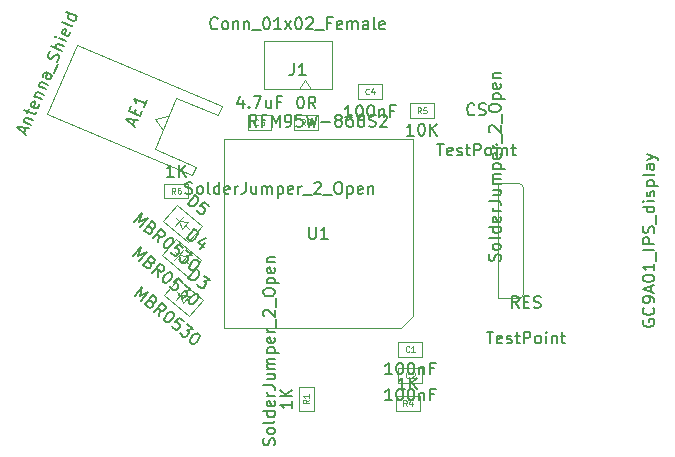
<source format=gbr>
%TF.GenerationSoftware,KiCad,Pcbnew,8.0.1*%
%TF.CreationDate,2024-05-06T20:27:01+02:00*%
%TF.ProjectId,SenseLoraCAM,53656e73-654c-46f7-9261-43414d2e6b69,rev?*%
%TF.SameCoordinates,Original*%
%TF.FileFunction,AssemblyDrawing,Top*%
%FSLAX46Y46*%
G04 Gerber Fmt 4.6, Leading zero omitted, Abs format (unit mm)*
G04 Created by KiCad (PCBNEW 8.0.1) date 2024-05-06 20:27:01*
%MOMM*%
%LPD*%
G01*
G04 APERTURE LIST*
%ADD10C,0.150000*%
%ADD11C,0.080000*%
%ADD12C,0.100000*%
%ADD13C,0.120000*%
G04 APERTURE END LIST*
D10*
X94613296Y-80415097D02*
X95256084Y-79649052D01*
X95256084Y-79649052D02*
X95052298Y-80410490D01*
X95052298Y-80410490D02*
X95766780Y-80077578D01*
X95766780Y-80077578D02*
X95123992Y-80843622D01*
X96080822Y-80962712D02*
X96159648Y-81091018D01*
X96159648Y-81091018D02*
X96165517Y-81158105D01*
X96165517Y-81158105D02*
X96140777Y-81261670D01*
X96140777Y-81261670D02*
X96048951Y-81371105D01*
X96048951Y-81371105D02*
X95951254Y-81413453D01*
X95951254Y-81413453D02*
X95884167Y-81419322D01*
X95884167Y-81419322D02*
X95780602Y-81394583D01*
X95780602Y-81394583D02*
X95488775Y-81149711D01*
X95488775Y-81149711D02*
X96131563Y-80383667D01*
X96131563Y-80383667D02*
X96386911Y-80597929D01*
X96386911Y-80597929D02*
X96429259Y-80695625D01*
X96429259Y-80695625D02*
X96435128Y-80762713D01*
X96435128Y-80762713D02*
X96410388Y-80866278D01*
X96410388Y-80866278D02*
X96349171Y-80939235D01*
X96349171Y-80939235D02*
X96251474Y-80981583D01*
X96251474Y-80981583D02*
X96184387Y-80987452D01*
X96184387Y-80987452D02*
X96080822Y-80962712D01*
X96080822Y-80962712D02*
X95825473Y-80748450D01*
X96692559Y-82159806D02*
X96743301Y-81580760D01*
X96254820Y-81792499D02*
X96897607Y-81026454D01*
X96897607Y-81026454D02*
X97189434Y-81271326D01*
X97189434Y-81271326D02*
X97231781Y-81369022D01*
X97231781Y-81369022D02*
X97237651Y-81436109D01*
X97237651Y-81436109D02*
X97212911Y-81539675D01*
X97212911Y-81539675D02*
X97121084Y-81649110D01*
X97121084Y-81649110D02*
X97023388Y-81691457D01*
X97023388Y-81691457D02*
X96956301Y-81697327D01*
X96956301Y-81697327D02*
X96852735Y-81672587D01*
X96852735Y-81672587D02*
X96560909Y-81427716D01*
X97809565Y-81791678D02*
X97882522Y-81852896D01*
X97882522Y-81852896D02*
X97924869Y-81950592D01*
X97924869Y-81950592D02*
X97930739Y-82017679D01*
X97930739Y-82017679D02*
X97905999Y-82121245D01*
X97905999Y-82121245D02*
X97820042Y-82297767D01*
X97820042Y-82297767D02*
X97666997Y-82480158D01*
X97666997Y-82480158D02*
X97508083Y-82595463D01*
X97508083Y-82595463D02*
X97410387Y-82637810D01*
X97410387Y-82637810D02*
X97343299Y-82643680D01*
X97343299Y-82643680D02*
X97239734Y-82618940D01*
X97239734Y-82618940D02*
X97166777Y-82557722D01*
X97166777Y-82557722D02*
X97124430Y-82460026D01*
X97124430Y-82460026D02*
X97118560Y-82392939D01*
X97118560Y-82392939D02*
X97143300Y-82289373D01*
X97143300Y-82289373D02*
X97229257Y-82112851D01*
X97229257Y-82112851D02*
X97382302Y-81930460D01*
X97382302Y-81930460D02*
X97541216Y-81815155D01*
X97541216Y-81815155D02*
X97638912Y-81772808D01*
X97638912Y-81772808D02*
X97705999Y-81766938D01*
X97705999Y-81766938D02*
X97809565Y-81791678D01*
X98758001Y-82587510D02*
X98393218Y-82281421D01*
X98393218Y-82281421D02*
X98050650Y-82615595D01*
X98050650Y-82615595D02*
X98117737Y-82609725D01*
X98117737Y-82609725D02*
X98221303Y-82634465D01*
X98221303Y-82634465D02*
X98403695Y-82787510D01*
X98403695Y-82787510D02*
X98446042Y-82885206D01*
X98446042Y-82885206D02*
X98451912Y-82952293D01*
X98451912Y-82952293D02*
X98427172Y-83055859D01*
X98427172Y-83055859D02*
X98274127Y-83238250D01*
X98274127Y-83238250D02*
X98176431Y-83280598D01*
X98176431Y-83280598D02*
X98109344Y-83286467D01*
X98109344Y-83286467D02*
X98005778Y-83261728D01*
X98005778Y-83261728D02*
X97823387Y-83108683D01*
X97823387Y-83108683D02*
X97781039Y-83010987D01*
X97781039Y-83010987D02*
X97775170Y-82943900D01*
X99049827Y-82832382D02*
X99524045Y-83230298D01*
X99524045Y-83230298D02*
X99023826Y-83307862D01*
X99023826Y-83307862D02*
X99133261Y-83399688D01*
X99133261Y-83399688D02*
X99175608Y-83497385D01*
X99175608Y-83497385D02*
X99181478Y-83564472D01*
X99181478Y-83564472D02*
X99156738Y-83668037D01*
X99156738Y-83668037D02*
X99003694Y-83850429D01*
X99003694Y-83850429D02*
X98905997Y-83892777D01*
X98905997Y-83892777D02*
X98838910Y-83898646D01*
X98838910Y-83898646D02*
X98735345Y-83873906D01*
X98735345Y-83873906D02*
X98516475Y-83690253D01*
X98516475Y-83690253D02*
X98474127Y-83592557D01*
X98474127Y-83592557D02*
X98468258Y-83525469D01*
X99998263Y-83628214D02*
X100071220Y-83689432D01*
X100071220Y-83689432D02*
X100113568Y-83787128D01*
X100113568Y-83787128D02*
X100119437Y-83854215D01*
X100119437Y-83854215D02*
X100094698Y-83957781D01*
X100094698Y-83957781D02*
X100008740Y-84134303D01*
X100008740Y-84134303D02*
X99855695Y-84316694D01*
X99855695Y-84316694D02*
X99696781Y-84431999D01*
X99696781Y-84431999D02*
X99599085Y-84474346D01*
X99599085Y-84474346D02*
X99531998Y-84480216D01*
X99531998Y-84480216D02*
X99428432Y-84455476D01*
X99428432Y-84455476D02*
X99355476Y-84394258D01*
X99355476Y-84394258D02*
X99313128Y-84296562D01*
X99313128Y-84296562D02*
X99307259Y-84229475D01*
X99307259Y-84229475D02*
X99331998Y-84125909D01*
X99331998Y-84125909D02*
X99417956Y-83949387D01*
X99417956Y-83949387D02*
X99571000Y-83766996D01*
X99571000Y-83766996D02*
X99729914Y-83651691D01*
X99729914Y-83651691D02*
X99827611Y-83609344D01*
X99827611Y-83609344D02*
X99894698Y-83603474D01*
X99894698Y-83603474D02*
X99998263Y-83628214D01*
X99163836Y-78881284D02*
X99806624Y-78115239D01*
X99806624Y-78115239D02*
X99989015Y-78268284D01*
X99989015Y-78268284D02*
X100067841Y-78396589D01*
X100067841Y-78396589D02*
X100079580Y-78530764D01*
X100079580Y-78530764D02*
X100054840Y-78634329D01*
X100054840Y-78634329D02*
X99968883Y-78810851D01*
X99968883Y-78810851D02*
X99877056Y-78920286D01*
X99877056Y-78920286D02*
X99718142Y-79035591D01*
X99718142Y-79035591D02*
X99620446Y-79077938D01*
X99620446Y-79077938D02*
X99486271Y-79089677D01*
X99486271Y-79089677D02*
X99346228Y-79034329D01*
X99346228Y-79034329D02*
X99163836Y-78881284D01*
X100937451Y-79064116D02*
X100572668Y-78758027D01*
X100572668Y-78758027D02*
X100230100Y-79092201D01*
X100230100Y-79092201D02*
X100297188Y-79086332D01*
X100297188Y-79086332D02*
X100400753Y-79111071D01*
X100400753Y-79111071D02*
X100583145Y-79264116D01*
X100583145Y-79264116D02*
X100625492Y-79361812D01*
X100625492Y-79361812D02*
X100631362Y-79428900D01*
X100631362Y-79428900D02*
X100606622Y-79532465D01*
X100606622Y-79532465D02*
X100453578Y-79714857D01*
X100453578Y-79714857D02*
X100355881Y-79757204D01*
X100355881Y-79757204D02*
X100288794Y-79763074D01*
X100288794Y-79763074D02*
X100185229Y-79738334D01*
X100185229Y-79738334D02*
X100002837Y-79585289D01*
X100002837Y-79585289D02*
X99960489Y-79487593D01*
X99960489Y-79487593D02*
X99954620Y-79420506D01*
X85274890Y-72900880D02*
X85460952Y-72462544D01*
X85500679Y-73100185D02*
X84710418Y-72402618D01*
X84710418Y-72402618D02*
X85761166Y-72486515D01*
X85277740Y-71919192D02*
X85891410Y-72179680D01*
X85365407Y-71956405D02*
X85340180Y-71893965D01*
X85340180Y-71893965D02*
X85333559Y-71787691D01*
X85333559Y-71787691D02*
X85389378Y-71656191D01*
X85389378Y-71656191D02*
X85470424Y-71587130D01*
X85470424Y-71587130D02*
X85576697Y-71580509D01*
X85576697Y-71580509D02*
X86058866Y-71785177D01*
X85575440Y-71217855D02*
X85724290Y-70867186D01*
X85324424Y-70956111D02*
X86113428Y-71291023D01*
X86113428Y-71291023D02*
X86219701Y-71284402D01*
X86219701Y-71284402D02*
X86300747Y-71215341D01*
X86300747Y-71215341D02*
X86337960Y-71127674D01*
X86573220Y-70451564D02*
X86579841Y-70557837D01*
X86579841Y-70557837D02*
X86505416Y-70733171D01*
X86505416Y-70733171D02*
X86424370Y-70802232D01*
X86424370Y-70802232D02*
X86318097Y-70808853D01*
X86318097Y-70808853D02*
X85967428Y-70660003D01*
X85967428Y-70660003D02*
X85898367Y-70578957D01*
X85898367Y-70578957D02*
X85891746Y-70472684D01*
X85891746Y-70472684D02*
X85966171Y-70297350D01*
X85966171Y-70297350D02*
X86047217Y-70228289D01*
X86047217Y-70228289D02*
X86153491Y-70221668D01*
X86153491Y-70221668D02*
X86241158Y-70258880D01*
X86241158Y-70258880D02*
X86142763Y-70734428D01*
X86189446Y-69771347D02*
X86803116Y-70031834D01*
X86277113Y-69808559D02*
X86251886Y-69746120D01*
X86251886Y-69746120D02*
X86245265Y-69639846D01*
X86245265Y-69639846D02*
X86301084Y-69508345D01*
X86301084Y-69508345D02*
X86382130Y-69439285D01*
X86382130Y-69439285D02*
X86488403Y-69432663D01*
X86488403Y-69432663D02*
X86970572Y-69637332D01*
X86542965Y-68938509D02*
X87156635Y-69198996D01*
X86630632Y-68975722D02*
X86605405Y-68913282D01*
X86605405Y-68913282D02*
X86598784Y-68807008D01*
X86598784Y-68807008D02*
X86654603Y-68675508D01*
X86654603Y-68675508D02*
X86735649Y-68606447D01*
X86735649Y-68606447D02*
X86841922Y-68599826D01*
X86841922Y-68599826D02*
X87324091Y-68804494D01*
X87677610Y-67971657D02*
X87195441Y-67766988D01*
X87195441Y-67766988D02*
X87089167Y-67773609D01*
X87089167Y-67773609D02*
X87008121Y-67842670D01*
X87008121Y-67842670D02*
X86933696Y-68018004D01*
X86933696Y-68018004D02*
X86940317Y-68124277D01*
X87633776Y-67953050D02*
X87640397Y-68059324D01*
X87640397Y-68059324D02*
X87547366Y-68278491D01*
X87547366Y-68278491D02*
X87466320Y-68347552D01*
X87466320Y-68347552D02*
X87360047Y-68354173D01*
X87360047Y-68354173D02*
X87272380Y-68316961D01*
X87272380Y-68316961D02*
X87203319Y-68235915D01*
X87203319Y-68235915D02*
X87196698Y-68129642D01*
X87196698Y-68129642D02*
X87289729Y-67910474D01*
X87289729Y-67910474D02*
X87283108Y-67804200D01*
X87858308Y-67789701D02*
X88156008Y-67088364D01*
X88098932Y-66857211D02*
X88198585Y-66744316D01*
X88198585Y-66744316D02*
X88291616Y-66525149D01*
X88291616Y-66525149D02*
X88284995Y-66418875D01*
X88284995Y-66418875D02*
X88259768Y-66356435D01*
X88259768Y-66356435D02*
X88190707Y-66275389D01*
X88190707Y-66275389D02*
X88103040Y-66238177D01*
X88103040Y-66238177D02*
X87996766Y-66244798D01*
X87996766Y-66244798D02*
X87934326Y-66270025D01*
X87934326Y-66270025D02*
X87853280Y-66339086D01*
X87853280Y-66339086D02*
X87735022Y-66495814D01*
X87735022Y-66495814D02*
X87653976Y-66564875D01*
X87653976Y-66564875D02*
X87591536Y-66590102D01*
X87591536Y-66590102D02*
X87485263Y-66596723D01*
X87485263Y-66596723D02*
X87397595Y-66559511D01*
X87397595Y-66559511D02*
X87328535Y-66478465D01*
X87328535Y-66478465D02*
X87303307Y-66416025D01*
X87303307Y-66416025D02*
X87296686Y-66309752D01*
X87296686Y-66309752D02*
X87389717Y-66090584D01*
X87389717Y-66090584D02*
X87489370Y-65977689D01*
X88533497Y-65955312D02*
X87612992Y-65564581D01*
X88700953Y-65560810D02*
X88218784Y-65356141D01*
X88218784Y-65356141D02*
X88112511Y-65362763D01*
X88112511Y-65362763D02*
X88031465Y-65431823D01*
X88031465Y-65431823D02*
X87975646Y-65563324D01*
X87975646Y-65563324D02*
X87982267Y-65669597D01*
X87982267Y-65669597D02*
X88007494Y-65732037D01*
X88887016Y-65122474D02*
X88273346Y-64861987D01*
X87966511Y-64731743D02*
X87991738Y-64794183D01*
X87991738Y-64794183D02*
X88054178Y-64768956D01*
X88054178Y-64768956D02*
X88028951Y-64706516D01*
X88028951Y-64706516D02*
X87966511Y-64731743D01*
X87966511Y-64731743D02*
X88054178Y-64768956D01*
X89178095Y-64314864D02*
X89184716Y-64421138D01*
X89184716Y-64421138D02*
X89110291Y-64596472D01*
X89110291Y-64596472D02*
X89029245Y-64665533D01*
X89029245Y-64665533D02*
X88922971Y-64672154D01*
X88922971Y-64672154D02*
X88572303Y-64523304D01*
X88572303Y-64523304D02*
X88503242Y-64442258D01*
X88503242Y-64442258D02*
X88496621Y-64335985D01*
X88496621Y-64335985D02*
X88571046Y-64160650D01*
X88571046Y-64160650D02*
X88652092Y-64091590D01*
X88652092Y-64091590D02*
X88758365Y-64084968D01*
X88758365Y-64084968D02*
X88846032Y-64122181D01*
X88846032Y-64122181D02*
X88747637Y-64597729D01*
X89463809Y-63763634D02*
X89382763Y-63832695D01*
X89382763Y-63832695D02*
X89276490Y-63839316D01*
X89276490Y-63839316D02*
X88487486Y-63504404D01*
X89780116Y-63018463D02*
X88859611Y-62627732D01*
X89736282Y-62999857D02*
X89742903Y-63106130D01*
X89742903Y-63106130D02*
X89668478Y-63281465D01*
X89668478Y-63281465D02*
X89587432Y-63350525D01*
X89587432Y-63350525D02*
X89524992Y-63375753D01*
X89524992Y-63375753D02*
X89418719Y-63382374D01*
X89418719Y-63382374D02*
X89155718Y-63270736D01*
X89155718Y-63270736D02*
X89086657Y-63189690D01*
X89086657Y-63189690D02*
X89061429Y-63127251D01*
X89061429Y-63127251D02*
X89054808Y-63020977D01*
X89054808Y-63020977D02*
X89129233Y-62845643D01*
X89129233Y-62845643D02*
X89210279Y-62776582D01*
X94506796Y-72163763D02*
X94692859Y-71725428D01*
X94732585Y-72363068D02*
X93942324Y-71665502D01*
X93942324Y-71665502D02*
X94993073Y-71749398D01*
X94641147Y-71237894D02*
X94771391Y-70931059D01*
X95309379Y-71004227D02*
X95123316Y-71442563D01*
X95123316Y-71442563D02*
X94202811Y-71051832D01*
X94202811Y-71051832D02*
X94388874Y-70613496D01*
X95681504Y-70127556D02*
X95458229Y-70653559D01*
X95569866Y-70390557D02*
X94649361Y-69999826D01*
X94649361Y-69999826D02*
X94743650Y-70143312D01*
X94743650Y-70143312D02*
X94794104Y-70268192D01*
X94794104Y-70268192D02*
X94800725Y-70374465D01*
X116452380Y-95534819D02*
X115880952Y-95534819D01*
X116166666Y-95534819D02*
X116166666Y-94534819D01*
X116166666Y-94534819D02*
X116071428Y-94677676D01*
X116071428Y-94677676D02*
X115976190Y-94772914D01*
X115976190Y-94772914D02*
X115880952Y-94820533D01*
X117071428Y-94534819D02*
X117166666Y-94534819D01*
X117166666Y-94534819D02*
X117261904Y-94582438D01*
X117261904Y-94582438D02*
X117309523Y-94630057D01*
X117309523Y-94630057D02*
X117357142Y-94725295D01*
X117357142Y-94725295D02*
X117404761Y-94915771D01*
X117404761Y-94915771D02*
X117404761Y-95153866D01*
X117404761Y-95153866D02*
X117357142Y-95344342D01*
X117357142Y-95344342D02*
X117309523Y-95439580D01*
X117309523Y-95439580D02*
X117261904Y-95487200D01*
X117261904Y-95487200D02*
X117166666Y-95534819D01*
X117166666Y-95534819D02*
X117071428Y-95534819D01*
X117071428Y-95534819D02*
X116976190Y-95487200D01*
X116976190Y-95487200D02*
X116928571Y-95439580D01*
X116928571Y-95439580D02*
X116880952Y-95344342D01*
X116880952Y-95344342D02*
X116833333Y-95153866D01*
X116833333Y-95153866D02*
X116833333Y-94915771D01*
X116833333Y-94915771D02*
X116880952Y-94725295D01*
X116880952Y-94725295D02*
X116928571Y-94630057D01*
X116928571Y-94630057D02*
X116976190Y-94582438D01*
X116976190Y-94582438D02*
X117071428Y-94534819D01*
X118023809Y-94534819D02*
X118119047Y-94534819D01*
X118119047Y-94534819D02*
X118214285Y-94582438D01*
X118214285Y-94582438D02*
X118261904Y-94630057D01*
X118261904Y-94630057D02*
X118309523Y-94725295D01*
X118309523Y-94725295D02*
X118357142Y-94915771D01*
X118357142Y-94915771D02*
X118357142Y-95153866D01*
X118357142Y-95153866D02*
X118309523Y-95344342D01*
X118309523Y-95344342D02*
X118261904Y-95439580D01*
X118261904Y-95439580D02*
X118214285Y-95487200D01*
X118214285Y-95487200D02*
X118119047Y-95534819D01*
X118119047Y-95534819D02*
X118023809Y-95534819D01*
X118023809Y-95534819D02*
X117928571Y-95487200D01*
X117928571Y-95487200D02*
X117880952Y-95439580D01*
X117880952Y-95439580D02*
X117833333Y-95344342D01*
X117833333Y-95344342D02*
X117785714Y-95153866D01*
X117785714Y-95153866D02*
X117785714Y-94915771D01*
X117785714Y-94915771D02*
X117833333Y-94725295D01*
X117833333Y-94725295D02*
X117880952Y-94630057D01*
X117880952Y-94630057D02*
X117928571Y-94582438D01*
X117928571Y-94582438D02*
X118023809Y-94534819D01*
X118785714Y-94868152D02*
X118785714Y-95534819D01*
X118785714Y-94963390D02*
X118833333Y-94915771D01*
X118833333Y-94915771D02*
X118928571Y-94868152D01*
X118928571Y-94868152D02*
X119071428Y-94868152D01*
X119071428Y-94868152D02*
X119166666Y-94915771D01*
X119166666Y-94915771D02*
X119214285Y-95011009D01*
X119214285Y-95011009D02*
X119214285Y-95534819D01*
X120023809Y-95011009D02*
X119690476Y-95011009D01*
X119690476Y-95534819D02*
X119690476Y-94534819D01*
X119690476Y-94534819D02*
X120166666Y-94534819D01*
D11*
X117916666Y-93579530D02*
X117892857Y-93603340D01*
X117892857Y-93603340D02*
X117821428Y-93627149D01*
X117821428Y-93627149D02*
X117773809Y-93627149D01*
X117773809Y-93627149D02*
X117702381Y-93603340D01*
X117702381Y-93603340D02*
X117654762Y-93555720D01*
X117654762Y-93555720D02*
X117630952Y-93508101D01*
X117630952Y-93508101D02*
X117607143Y-93412863D01*
X117607143Y-93412863D02*
X117607143Y-93341435D01*
X117607143Y-93341435D02*
X117630952Y-93246197D01*
X117630952Y-93246197D02*
X117654762Y-93198578D01*
X117654762Y-93198578D02*
X117702381Y-93150959D01*
X117702381Y-93150959D02*
X117773809Y-93127149D01*
X117773809Y-93127149D02*
X117821428Y-93127149D01*
X117821428Y-93127149D02*
X117892857Y-93150959D01*
X117892857Y-93150959D02*
X117916666Y-93174768D01*
X118107143Y-93174768D02*
X118130952Y-93150959D01*
X118130952Y-93150959D02*
X118178571Y-93127149D01*
X118178571Y-93127149D02*
X118297619Y-93127149D01*
X118297619Y-93127149D02*
X118345238Y-93150959D01*
X118345238Y-93150959D02*
X118369047Y-93174768D01*
X118369047Y-93174768D02*
X118392857Y-93222387D01*
X118392857Y-93222387D02*
X118392857Y-93270006D01*
X118392857Y-93270006D02*
X118369047Y-93341435D01*
X118369047Y-93341435D02*
X118083333Y-93627149D01*
X118083333Y-93627149D02*
X118392857Y-93627149D01*
D10*
X101689284Y-64009580D02*
X101641665Y-64057200D01*
X101641665Y-64057200D02*
X101498808Y-64104819D01*
X101498808Y-64104819D02*
X101403570Y-64104819D01*
X101403570Y-64104819D02*
X101260713Y-64057200D01*
X101260713Y-64057200D02*
X101165475Y-63961961D01*
X101165475Y-63961961D02*
X101117856Y-63866723D01*
X101117856Y-63866723D02*
X101070237Y-63676247D01*
X101070237Y-63676247D02*
X101070237Y-63533390D01*
X101070237Y-63533390D02*
X101117856Y-63342914D01*
X101117856Y-63342914D02*
X101165475Y-63247676D01*
X101165475Y-63247676D02*
X101260713Y-63152438D01*
X101260713Y-63152438D02*
X101403570Y-63104819D01*
X101403570Y-63104819D02*
X101498808Y-63104819D01*
X101498808Y-63104819D02*
X101641665Y-63152438D01*
X101641665Y-63152438D02*
X101689284Y-63200057D01*
X102260713Y-64104819D02*
X102165475Y-64057200D01*
X102165475Y-64057200D02*
X102117856Y-64009580D01*
X102117856Y-64009580D02*
X102070237Y-63914342D01*
X102070237Y-63914342D02*
X102070237Y-63628628D01*
X102070237Y-63628628D02*
X102117856Y-63533390D01*
X102117856Y-63533390D02*
X102165475Y-63485771D01*
X102165475Y-63485771D02*
X102260713Y-63438152D01*
X102260713Y-63438152D02*
X102403570Y-63438152D01*
X102403570Y-63438152D02*
X102498808Y-63485771D01*
X102498808Y-63485771D02*
X102546427Y-63533390D01*
X102546427Y-63533390D02*
X102594046Y-63628628D01*
X102594046Y-63628628D02*
X102594046Y-63914342D01*
X102594046Y-63914342D02*
X102546427Y-64009580D01*
X102546427Y-64009580D02*
X102498808Y-64057200D01*
X102498808Y-64057200D02*
X102403570Y-64104819D01*
X102403570Y-64104819D02*
X102260713Y-64104819D01*
X103022618Y-63438152D02*
X103022618Y-64104819D01*
X103022618Y-63533390D02*
X103070237Y-63485771D01*
X103070237Y-63485771D02*
X103165475Y-63438152D01*
X103165475Y-63438152D02*
X103308332Y-63438152D01*
X103308332Y-63438152D02*
X103403570Y-63485771D01*
X103403570Y-63485771D02*
X103451189Y-63581009D01*
X103451189Y-63581009D02*
X103451189Y-64104819D01*
X103927380Y-63438152D02*
X103927380Y-64104819D01*
X103927380Y-63533390D02*
X103974999Y-63485771D01*
X103974999Y-63485771D02*
X104070237Y-63438152D01*
X104070237Y-63438152D02*
X104213094Y-63438152D01*
X104213094Y-63438152D02*
X104308332Y-63485771D01*
X104308332Y-63485771D02*
X104355951Y-63581009D01*
X104355951Y-63581009D02*
X104355951Y-64104819D01*
X104594047Y-64200057D02*
X105355951Y-64200057D01*
X105784523Y-63104819D02*
X105879761Y-63104819D01*
X105879761Y-63104819D02*
X105974999Y-63152438D01*
X105974999Y-63152438D02*
X106022618Y-63200057D01*
X106022618Y-63200057D02*
X106070237Y-63295295D01*
X106070237Y-63295295D02*
X106117856Y-63485771D01*
X106117856Y-63485771D02*
X106117856Y-63723866D01*
X106117856Y-63723866D02*
X106070237Y-63914342D01*
X106070237Y-63914342D02*
X106022618Y-64009580D01*
X106022618Y-64009580D02*
X105974999Y-64057200D01*
X105974999Y-64057200D02*
X105879761Y-64104819D01*
X105879761Y-64104819D02*
X105784523Y-64104819D01*
X105784523Y-64104819D02*
X105689285Y-64057200D01*
X105689285Y-64057200D02*
X105641666Y-64009580D01*
X105641666Y-64009580D02*
X105594047Y-63914342D01*
X105594047Y-63914342D02*
X105546428Y-63723866D01*
X105546428Y-63723866D02*
X105546428Y-63485771D01*
X105546428Y-63485771D02*
X105594047Y-63295295D01*
X105594047Y-63295295D02*
X105641666Y-63200057D01*
X105641666Y-63200057D02*
X105689285Y-63152438D01*
X105689285Y-63152438D02*
X105784523Y-63104819D01*
X107070237Y-64104819D02*
X106498809Y-64104819D01*
X106784523Y-64104819D02*
X106784523Y-63104819D01*
X106784523Y-63104819D02*
X106689285Y-63247676D01*
X106689285Y-63247676D02*
X106594047Y-63342914D01*
X106594047Y-63342914D02*
X106498809Y-63390533D01*
X107403571Y-64104819D02*
X107927380Y-63438152D01*
X107403571Y-63438152D02*
X107927380Y-64104819D01*
X108498809Y-63104819D02*
X108594047Y-63104819D01*
X108594047Y-63104819D02*
X108689285Y-63152438D01*
X108689285Y-63152438D02*
X108736904Y-63200057D01*
X108736904Y-63200057D02*
X108784523Y-63295295D01*
X108784523Y-63295295D02*
X108832142Y-63485771D01*
X108832142Y-63485771D02*
X108832142Y-63723866D01*
X108832142Y-63723866D02*
X108784523Y-63914342D01*
X108784523Y-63914342D02*
X108736904Y-64009580D01*
X108736904Y-64009580D02*
X108689285Y-64057200D01*
X108689285Y-64057200D02*
X108594047Y-64104819D01*
X108594047Y-64104819D02*
X108498809Y-64104819D01*
X108498809Y-64104819D02*
X108403571Y-64057200D01*
X108403571Y-64057200D02*
X108355952Y-64009580D01*
X108355952Y-64009580D02*
X108308333Y-63914342D01*
X108308333Y-63914342D02*
X108260714Y-63723866D01*
X108260714Y-63723866D02*
X108260714Y-63485771D01*
X108260714Y-63485771D02*
X108308333Y-63295295D01*
X108308333Y-63295295D02*
X108355952Y-63200057D01*
X108355952Y-63200057D02*
X108403571Y-63152438D01*
X108403571Y-63152438D02*
X108498809Y-63104819D01*
X109213095Y-63200057D02*
X109260714Y-63152438D01*
X109260714Y-63152438D02*
X109355952Y-63104819D01*
X109355952Y-63104819D02*
X109594047Y-63104819D01*
X109594047Y-63104819D02*
X109689285Y-63152438D01*
X109689285Y-63152438D02*
X109736904Y-63200057D01*
X109736904Y-63200057D02*
X109784523Y-63295295D01*
X109784523Y-63295295D02*
X109784523Y-63390533D01*
X109784523Y-63390533D02*
X109736904Y-63533390D01*
X109736904Y-63533390D02*
X109165476Y-64104819D01*
X109165476Y-64104819D02*
X109784523Y-64104819D01*
X109975000Y-64200057D02*
X110736904Y-64200057D01*
X111308333Y-63581009D02*
X110975000Y-63581009D01*
X110975000Y-64104819D02*
X110975000Y-63104819D01*
X110975000Y-63104819D02*
X111451190Y-63104819D01*
X112213095Y-64057200D02*
X112117857Y-64104819D01*
X112117857Y-64104819D02*
X111927381Y-64104819D01*
X111927381Y-64104819D02*
X111832143Y-64057200D01*
X111832143Y-64057200D02*
X111784524Y-63961961D01*
X111784524Y-63961961D02*
X111784524Y-63581009D01*
X111784524Y-63581009D02*
X111832143Y-63485771D01*
X111832143Y-63485771D02*
X111927381Y-63438152D01*
X111927381Y-63438152D02*
X112117857Y-63438152D01*
X112117857Y-63438152D02*
X112213095Y-63485771D01*
X112213095Y-63485771D02*
X112260714Y-63581009D01*
X112260714Y-63581009D02*
X112260714Y-63676247D01*
X112260714Y-63676247D02*
X111784524Y-63771485D01*
X112689286Y-64104819D02*
X112689286Y-63438152D01*
X112689286Y-63533390D02*
X112736905Y-63485771D01*
X112736905Y-63485771D02*
X112832143Y-63438152D01*
X112832143Y-63438152D02*
X112975000Y-63438152D01*
X112975000Y-63438152D02*
X113070238Y-63485771D01*
X113070238Y-63485771D02*
X113117857Y-63581009D01*
X113117857Y-63581009D02*
X113117857Y-64104819D01*
X113117857Y-63581009D02*
X113165476Y-63485771D01*
X113165476Y-63485771D02*
X113260714Y-63438152D01*
X113260714Y-63438152D02*
X113403571Y-63438152D01*
X113403571Y-63438152D02*
X113498810Y-63485771D01*
X113498810Y-63485771D02*
X113546429Y-63581009D01*
X113546429Y-63581009D02*
X113546429Y-64104819D01*
X114451190Y-64104819D02*
X114451190Y-63581009D01*
X114451190Y-63581009D02*
X114403571Y-63485771D01*
X114403571Y-63485771D02*
X114308333Y-63438152D01*
X114308333Y-63438152D02*
X114117857Y-63438152D01*
X114117857Y-63438152D02*
X114022619Y-63485771D01*
X114451190Y-64057200D02*
X114355952Y-64104819D01*
X114355952Y-64104819D02*
X114117857Y-64104819D01*
X114117857Y-64104819D02*
X114022619Y-64057200D01*
X114022619Y-64057200D02*
X113975000Y-63961961D01*
X113975000Y-63961961D02*
X113975000Y-63866723D01*
X113975000Y-63866723D02*
X114022619Y-63771485D01*
X114022619Y-63771485D02*
X114117857Y-63723866D01*
X114117857Y-63723866D02*
X114355952Y-63723866D01*
X114355952Y-63723866D02*
X114451190Y-63676247D01*
X115070238Y-64104819D02*
X114975000Y-64057200D01*
X114975000Y-64057200D02*
X114927381Y-63961961D01*
X114927381Y-63961961D02*
X114927381Y-63104819D01*
X115832143Y-64057200D02*
X115736905Y-64104819D01*
X115736905Y-64104819D02*
X115546429Y-64104819D01*
X115546429Y-64104819D02*
X115451191Y-64057200D01*
X115451191Y-64057200D02*
X115403572Y-63961961D01*
X115403572Y-63961961D02*
X115403572Y-63581009D01*
X115403572Y-63581009D02*
X115451191Y-63485771D01*
X115451191Y-63485771D02*
X115546429Y-63438152D01*
X115546429Y-63438152D02*
X115736905Y-63438152D01*
X115736905Y-63438152D02*
X115832143Y-63485771D01*
X115832143Y-63485771D02*
X115879762Y-63581009D01*
X115879762Y-63581009D02*
X115879762Y-63676247D01*
X115879762Y-63676247D02*
X115403572Y-63771485D01*
X108141666Y-67004819D02*
X108141666Y-67719104D01*
X108141666Y-67719104D02*
X108094047Y-67861961D01*
X108094047Y-67861961D02*
X107998809Y-67957200D01*
X107998809Y-67957200D02*
X107855952Y-68004819D01*
X107855952Y-68004819D02*
X107760714Y-68004819D01*
X109141666Y-68004819D02*
X108570238Y-68004819D01*
X108855952Y-68004819D02*
X108855952Y-67004819D01*
X108855952Y-67004819D02*
X108760714Y-67147676D01*
X108760714Y-67147676D02*
X108665476Y-67242914D01*
X108665476Y-67242914D02*
X108570238Y-67290533D01*
X94541242Y-83336297D02*
X95184030Y-82570252D01*
X95184030Y-82570252D02*
X94980244Y-83331690D01*
X94980244Y-83331690D02*
X95694726Y-82998778D01*
X95694726Y-82998778D02*
X95051938Y-83764822D01*
X96008768Y-83883912D02*
X96087594Y-84012218D01*
X96087594Y-84012218D02*
X96093463Y-84079305D01*
X96093463Y-84079305D02*
X96068723Y-84182870D01*
X96068723Y-84182870D02*
X95976897Y-84292305D01*
X95976897Y-84292305D02*
X95879200Y-84334653D01*
X95879200Y-84334653D02*
X95812113Y-84340522D01*
X95812113Y-84340522D02*
X95708548Y-84315783D01*
X95708548Y-84315783D02*
X95416721Y-84070911D01*
X95416721Y-84070911D02*
X96059509Y-83304867D01*
X96059509Y-83304867D02*
X96314857Y-83519129D01*
X96314857Y-83519129D02*
X96357205Y-83616825D01*
X96357205Y-83616825D02*
X96363074Y-83683913D01*
X96363074Y-83683913D02*
X96338334Y-83787478D01*
X96338334Y-83787478D02*
X96277117Y-83860435D01*
X96277117Y-83860435D02*
X96179420Y-83902783D01*
X96179420Y-83902783D02*
X96112333Y-83908652D01*
X96112333Y-83908652D02*
X96008768Y-83883912D01*
X96008768Y-83883912D02*
X95753419Y-83669650D01*
X96620505Y-85081006D02*
X96671247Y-84501960D01*
X96182766Y-84713699D02*
X96825553Y-83947654D01*
X96825553Y-83947654D02*
X97117380Y-84192526D01*
X97117380Y-84192526D02*
X97159727Y-84290222D01*
X97159727Y-84290222D02*
X97165597Y-84357309D01*
X97165597Y-84357309D02*
X97140857Y-84460875D01*
X97140857Y-84460875D02*
X97049030Y-84570310D01*
X97049030Y-84570310D02*
X96951334Y-84612657D01*
X96951334Y-84612657D02*
X96884247Y-84618527D01*
X96884247Y-84618527D02*
X96780681Y-84593787D01*
X96780681Y-84593787D02*
X96488855Y-84348916D01*
X97737511Y-84712878D02*
X97810468Y-84774096D01*
X97810468Y-84774096D02*
X97852815Y-84871792D01*
X97852815Y-84871792D02*
X97858685Y-84938879D01*
X97858685Y-84938879D02*
X97833945Y-85042445D01*
X97833945Y-85042445D02*
X97747988Y-85218967D01*
X97747988Y-85218967D02*
X97594943Y-85401358D01*
X97594943Y-85401358D02*
X97436029Y-85516663D01*
X97436029Y-85516663D02*
X97338333Y-85559010D01*
X97338333Y-85559010D02*
X97271245Y-85564880D01*
X97271245Y-85564880D02*
X97167680Y-85540140D01*
X97167680Y-85540140D02*
X97094723Y-85478922D01*
X97094723Y-85478922D02*
X97052376Y-85381226D01*
X97052376Y-85381226D02*
X97046506Y-85314139D01*
X97046506Y-85314139D02*
X97071246Y-85210573D01*
X97071246Y-85210573D02*
X97157203Y-85034051D01*
X97157203Y-85034051D02*
X97310248Y-84851660D01*
X97310248Y-84851660D02*
X97469162Y-84736355D01*
X97469162Y-84736355D02*
X97566858Y-84694008D01*
X97566858Y-84694008D02*
X97633945Y-84688138D01*
X97633945Y-84688138D02*
X97737511Y-84712878D01*
X98685947Y-85508710D02*
X98321164Y-85202621D01*
X98321164Y-85202621D02*
X97978596Y-85536795D01*
X97978596Y-85536795D02*
X98045683Y-85530925D01*
X98045683Y-85530925D02*
X98149249Y-85555665D01*
X98149249Y-85555665D02*
X98331641Y-85708710D01*
X98331641Y-85708710D02*
X98373988Y-85806406D01*
X98373988Y-85806406D02*
X98379858Y-85873493D01*
X98379858Y-85873493D02*
X98355118Y-85977059D01*
X98355118Y-85977059D02*
X98202073Y-86159450D01*
X98202073Y-86159450D02*
X98104377Y-86201798D01*
X98104377Y-86201798D02*
X98037290Y-86207667D01*
X98037290Y-86207667D02*
X97933724Y-86182928D01*
X97933724Y-86182928D02*
X97751333Y-86029883D01*
X97751333Y-86029883D02*
X97708985Y-85932187D01*
X97708985Y-85932187D02*
X97703116Y-85865100D01*
X98977773Y-85753582D02*
X99451991Y-86151498D01*
X99451991Y-86151498D02*
X98951772Y-86229062D01*
X98951772Y-86229062D02*
X99061207Y-86320888D01*
X99061207Y-86320888D02*
X99103554Y-86418585D01*
X99103554Y-86418585D02*
X99109424Y-86485672D01*
X99109424Y-86485672D02*
X99084684Y-86589237D01*
X99084684Y-86589237D02*
X98931640Y-86771629D01*
X98931640Y-86771629D02*
X98833943Y-86813977D01*
X98833943Y-86813977D02*
X98766856Y-86819846D01*
X98766856Y-86819846D02*
X98663291Y-86795106D01*
X98663291Y-86795106D02*
X98444421Y-86611453D01*
X98444421Y-86611453D02*
X98402073Y-86513757D01*
X98402073Y-86513757D02*
X98396204Y-86446669D01*
X99926209Y-86549414D02*
X99999166Y-86610632D01*
X99999166Y-86610632D02*
X100041514Y-86708328D01*
X100041514Y-86708328D02*
X100047383Y-86775415D01*
X100047383Y-86775415D02*
X100022644Y-86878981D01*
X100022644Y-86878981D02*
X99936686Y-87055503D01*
X99936686Y-87055503D02*
X99783641Y-87237894D01*
X99783641Y-87237894D02*
X99624727Y-87353199D01*
X99624727Y-87353199D02*
X99527031Y-87395546D01*
X99527031Y-87395546D02*
X99459944Y-87401416D01*
X99459944Y-87401416D02*
X99356378Y-87376676D01*
X99356378Y-87376676D02*
X99283422Y-87315458D01*
X99283422Y-87315458D02*
X99241074Y-87217762D01*
X99241074Y-87217762D02*
X99235205Y-87150675D01*
X99235205Y-87150675D02*
X99259944Y-87047109D01*
X99259944Y-87047109D02*
X99345902Y-86870587D01*
X99345902Y-86870587D02*
X99498946Y-86688196D01*
X99498946Y-86688196D02*
X99657860Y-86572891D01*
X99657860Y-86572891D02*
X99755557Y-86530544D01*
X99755557Y-86530544D02*
X99822644Y-86524674D01*
X99822644Y-86524674D02*
X99926209Y-86549414D01*
X99091782Y-81802484D02*
X99734570Y-81036439D01*
X99734570Y-81036439D02*
X99916961Y-81189484D01*
X99916961Y-81189484D02*
X99995787Y-81317789D01*
X99995787Y-81317789D02*
X100007526Y-81451964D01*
X100007526Y-81451964D02*
X99982786Y-81555529D01*
X99982786Y-81555529D02*
X99896829Y-81732051D01*
X99896829Y-81732051D02*
X99805002Y-81841486D01*
X99805002Y-81841486D02*
X99646088Y-81956791D01*
X99646088Y-81956791D02*
X99548392Y-81999138D01*
X99548392Y-81999138D02*
X99414217Y-82010877D01*
X99414217Y-82010877D02*
X99274174Y-81955529D01*
X99274174Y-81955529D02*
X99091782Y-81802484D01*
X100614656Y-82210056D02*
X100186131Y-82720752D01*
X100677136Y-81765185D02*
X100035611Y-82159314D01*
X100035611Y-82159314D02*
X100509829Y-82557231D01*
X137727438Y-88714286D02*
X137679819Y-88809524D01*
X137679819Y-88809524D02*
X137679819Y-88952381D01*
X137679819Y-88952381D02*
X137727438Y-89095238D01*
X137727438Y-89095238D02*
X137822676Y-89190476D01*
X137822676Y-89190476D02*
X137917914Y-89238095D01*
X137917914Y-89238095D02*
X138108390Y-89285714D01*
X138108390Y-89285714D02*
X138251247Y-89285714D01*
X138251247Y-89285714D02*
X138441723Y-89238095D01*
X138441723Y-89238095D02*
X138536961Y-89190476D01*
X138536961Y-89190476D02*
X138632200Y-89095238D01*
X138632200Y-89095238D02*
X138679819Y-88952381D01*
X138679819Y-88952381D02*
X138679819Y-88857143D01*
X138679819Y-88857143D02*
X138632200Y-88714286D01*
X138632200Y-88714286D02*
X138584580Y-88666667D01*
X138584580Y-88666667D02*
X138251247Y-88666667D01*
X138251247Y-88666667D02*
X138251247Y-88857143D01*
X138584580Y-87666667D02*
X138632200Y-87714286D01*
X138632200Y-87714286D02*
X138679819Y-87857143D01*
X138679819Y-87857143D02*
X138679819Y-87952381D01*
X138679819Y-87952381D02*
X138632200Y-88095238D01*
X138632200Y-88095238D02*
X138536961Y-88190476D01*
X138536961Y-88190476D02*
X138441723Y-88238095D01*
X138441723Y-88238095D02*
X138251247Y-88285714D01*
X138251247Y-88285714D02*
X138108390Y-88285714D01*
X138108390Y-88285714D02*
X137917914Y-88238095D01*
X137917914Y-88238095D02*
X137822676Y-88190476D01*
X137822676Y-88190476D02*
X137727438Y-88095238D01*
X137727438Y-88095238D02*
X137679819Y-87952381D01*
X137679819Y-87952381D02*
X137679819Y-87857143D01*
X137679819Y-87857143D02*
X137727438Y-87714286D01*
X137727438Y-87714286D02*
X137775057Y-87666667D01*
X138679819Y-87190476D02*
X138679819Y-87000000D01*
X138679819Y-87000000D02*
X138632200Y-86904762D01*
X138632200Y-86904762D02*
X138584580Y-86857143D01*
X138584580Y-86857143D02*
X138441723Y-86761905D01*
X138441723Y-86761905D02*
X138251247Y-86714286D01*
X138251247Y-86714286D02*
X137870295Y-86714286D01*
X137870295Y-86714286D02*
X137775057Y-86761905D01*
X137775057Y-86761905D02*
X137727438Y-86809524D01*
X137727438Y-86809524D02*
X137679819Y-86904762D01*
X137679819Y-86904762D02*
X137679819Y-87095238D01*
X137679819Y-87095238D02*
X137727438Y-87190476D01*
X137727438Y-87190476D02*
X137775057Y-87238095D01*
X137775057Y-87238095D02*
X137870295Y-87285714D01*
X137870295Y-87285714D02*
X138108390Y-87285714D01*
X138108390Y-87285714D02*
X138203628Y-87238095D01*
X138203628Y-87238095D02*
X138251247Y-87190476D01*
X138251247Y-87190476D02*
X138298866Y-87095238D01*
X138298866Y-87095238D02*
X138298866Y-86904762D01*
X138298866Y-86904762D02*
X138251247Y-86809524D01*
X138251247Y-86809524D02*
X138203628Y-86761905D01*
X138203628Y-86761905D02*
X138108390Y-86714286D01*
X138394104Y-86333333D02*
X138394104Y-85857143D01*
X138679819Y-86428571D02*
X137679819Y-86095238D01*
X137679819Y-86095238D02*
X138679819Y-85761905D01*
X137679819Y-85238095D02*
X137679819Y-85142857D01*
X137679819Y-85142857D02*
X137727438Y-85047619D01*
X137727438Y-85047619D02*
X137775057Y-85000000D01*
X137775057Y-85000000D02*
X137870295Y-84952381D01*
X137870295Y-84952381D02*
X138060771Y-84904762D01*
X138060771Y-84904762D02*
X138298866Y-84904762D01*
X138298866Y-84904762D02*
X138489342Y-84952381D01*
X138489342Y-84952381D02*
X138584580Y-85000000D01*
X138584580Y-85000000D02*
X138632200Y-85047619D01*
X138632200Y-85047619D02*
X138679819Y-85142857D01*
X138679819Y-85142857D02*
X138679819Y-85238095D01*
X138679819Y-85238095D02*
X138632200Y-85333333D01*
X138632200Y-85333333D02*
X138584580Y-85380952D01*
X138584580Y-85380952D02*
X138489342Y-85428571D01*
X138489342Y-85428571D02*
X138298866Y-85476190D01*
X138298866Y-85476190D02*
X138060771Y-85476190D01*
X138060771Y-85476190D02*
X137870295Y-85428571D01*
X137870295Y-85428571D02*
X137775057Y-85380952D01*
X137775057Y-85380952D02*
X137727438Y-85333333D01*
X137727438Y-85333333D02*
X137679819Y-85238095D01*
X138679819Y-83952381D02*
X138679819Y-84523809D01*
X138679819Y-84238095D02*
X137679819Y-84238095D01*
X137679819Y-84238095D02*
X137822676Y-84333333D01*
X137822676Y-84333333D02*
X137917914Y-84428571D01*
X137917914Y-84428571D02*
X137965533Y-84523809D01*
X138775057Y-83761905D02*
X138775057Y-83000000D01*
X138679819Y-82761904D02*
X137679819Y-82761904D01*
X138679819Y-82285714D02*
X137679819Y-82285714D01*
X137679819Y-82285714D02*
X137679819Y-81904762D01*
X137679819Y-81904762D02*
X137727438Y-81809524D01*
X137727438Y-81809524D02*
X137775057Y-81761905D01*
X137775057Y-81761905D02*
X137870295Y-81714286D01*
X137870295Y-81714286D02*
X138013152Y-81714286D01*
X138013152Y-81714286D02*
X138108390Y-81761905D01*
X138108390Y-81761905D02*
X138156009Y-81809524D01*
X138156009Y-81809524D02*
X138203628Y-81904762D01*
X138203628Y-81904762D02*
X138203628Y-82285714D01*
X138632200Y-81333333D02*
X138679819Y-81190476D01*
X138679819Y-81190476D02*
X138679819Y-80952381D01*
X138679819Y-80952381D02*
X138632200Y-80857143D01*
X138632200Y-80857143D02*
X138584580Y-80809524D01*
X138584580Y-80809524D02*
X138489342Y-80761905D01*
X138489342Y-80761905D02*
X138394104Y-80761905D01*
X138394104Y-80761905D02*
X138298866Y-80809524D01*
X138298866Y-80809524D02*
X138251247Y-80857143D01*
X138251247Y-80857143D02*
X138203628Y-80952381D01*
X138203628Y-80952381D02*
X138156009Y-81142857D01*
X138156009Y-81142857D02*
X138108390Y-81238095D01*
X138108390Y-81238095D02*
X138060771Y-81285714D01*
X138060771Y-81285714D02*
X137965533Y-81333333D01*
X137965533Y-81333333D02*
X137870295Y-81333333D01*
X137870295Y-81333333D02*
X137775057Y-81285714D01*
X137775057Y-81285714D02*
X137727438Y-81238095D01*
X137727438Y-81238095D02*
X137679819Y-81142857D01*
X137679819Y-81142857D02*
X137679819Y-80904762D01*
X137679819Y-80904762D02*
X137727438Y-80761905D01*
X138775057Y-80571429D02*
X138775057Y-79809524D01*
X138679819Y-79142857D02*
X137679819Y-79142857D01*
X138632200Y-79142857D02*
X138679819Y-79238095D01*
X138679819Y-79238095D02*
X138679819Y-79428571D01*
X138679819Y-79428571D02*
X138632200Y-79523809D01*
X138632200Y-79523809D02*
X138584580Y-79571428D01*
X138584580Y-79571428D02*
X138489342Y-79619047D01*
X138489342Y-79619047D02*
X138203628Y-79619047D01*
X138203628Y-79619047D02*
X138108390Y-79571428D01*
X138108390Y-79571428D02*
X138060771Y-79523809D01*
X138060771Y-79523809D02*
X138013152Y-79428571D01*
X138013152Y-79428571D02*
X138013152Y-79238095D01*
X138013152Y-79238095D02*
X138060771Y-79142857D01*
X138679819Y-78666666D02*
X138013152Y-78666666D01*
X137679819Y-78666666D02*
X137727438Y-78714285D01*
X137727438Y-78714285D02*
X137775057Y-78666666D01*
X137775057Y-78666666D02*
X137727438Y-78619047D01*
X137727438Y-78619047D02*
X137679819Y-78666666D01*
X137679819Y-78666666D02*
X137775057Y-78666666D01*
X138632200Y-78238095D02*
X138679819Y-78142857D01*
X138679819Y-78142857D02*
X138679819Y-77952381D01*
X138679819Y-77952381D02*
X138632200Y-77857143D01*
X138632200Y-77857143D02*
X138536961Y-77809524D01*
X138536961Y-77809524D02*
X138489342Y-77809524D01*
X138489342Y-77809524D02*
X138394104Y-77857143D01*
X138394104Y-77857143D02*
X138346485Y-77952381D01*
X138346485Y-77952381D02*
X138346485Y-78095238D01*
X138346485Y-78095238D02*
X138298866Y-78190476D01*
X138298866Y-78190476D02*
X138203628Y-78238095D01*
X138203628Y-78238095D02*
X138156009Y-78238095D01*
X138156009Y-78238095D02*
X138060771Y-78190476D01*
X138060771Y-78190476D02*
X138013152Y-78095238D01*
X138013152Y-78095238D02*
X138013152Y-77952381D01*
X138013152Y-77952381D02*
X138060771Y-77857143D01*
X138013152Y-77380952D02*
X139013152Y-77380952D01*
X138060771Y-77380952D02*
X138013152Y-77285714D01*
X138013152Y-77285714D02*
X138013152Y-77095238D01*
X138013152Y-77095238D02*
X138060771Y-77000000D01*
X138060771Y-77000000D02*
X138108390Y-76952381D01*
X138108390Y-76952381D02*
X138203628Y-76904762D01*
X138203628Y-76904762D02*
X138489342Y-76904762D01*
X138489342Y-76904762D02*
X138584580Y-76952381D01*
X138584580Y-76952381D02*
X138632200Y-77000000D01*
X138632200Y-77000000D02*
X138679819Y-77095238D01*
X138679819Y-77095238D02*
X138679819Y-77285714D01*
X138679819Y-77285714D02*
X138632200Y-77380952D01*
X138679819Y-76333333D02*
X138632200Y-76428571D01*
X138632200Y-76428571D02*
X138536961Y-76476190D01*
X138536961Y-76476190D02*
X137679819Y-76476190D01*
X138679819Y-75523809D02*
X138156009Y-75523809D01*
X138156009Y-75523809D02*
X138060771Y-75571428D01*
X138060771Y-75571428D02*
X138013152Y-75666666D01*
X138013152Y-75666666D02*
X138013152Y-75857142D01*
X138013152Y-75857142D02*
X138060771Y-75952380D01*
X138632200Y-75523809D02*
X138679819Y-75619047D01*
X138679819Y-75619047D02*
X138679819Y-75857142D01*
X138679819Y-75857142D02*
X138632200Y-75952380D01*
X138632200Y-75952380D02*
X138536961Y-75999999D01*
X138536961Y-75999999D02*
X138441723Y-75999999D01*
X138441723Y-75999999D02*
X138346485Y-75952380D01*
X138346485Y-75952380D02*
X138298866Y-75857142D01*
X138298866Y-75857142D02*
X138298866Y-75619047D01*
X138298866Y-75619047D02*
X138251247Y-75523809D01*
X138013152Y-75142856D02*
X138679819Y-74904761D01*
X138013152Y-74666666D02*
X138679819Y-74904761D01*
X138679819Y-74904761D02*
X138917914Y-74999999D01*
X138917914Y-74999999D02*
X138965533Y-75047618D01*
X138965533Y-75047618D02*
X139013152Y-75142856D01*
X98973808Y-78007200D02*
X99116665Y-78054819D01*
X99116665Y-78054819D02*
X99354760Y-78054819D01*
X99354760Y-78054819D02*
X99449998Y-78007200D01*
X99449998Y-78007200D02*
X99497617Y-77959580D01*
X99497617Y-77959580D02*
X99545236Y-77864342D01*
X99545236Y-77864342D02*
X99545236Y-77769104D01*
X99545236Y-77769104D02*
X99497617Y-77673866D01*
X99497617Y-77673866D02*
X99449998Y-77626247D01*
X99449998Y-77626247D02*
X99354760Y-77578628D01*
X99354760Y-77578628D02*
X99164284Y-77531009D01*
X99164284Y-77531009D02*
X99069046Y-77483390D01*
X99069046Y-77483390D02*
X99021427Y-77435771D01*
X99021427Y-77435771D02*
X98973808Y-77340533D01*
X98973808Y-77340533D02*
X98973808Y-77245295D01*
X98973808Y-77245295D02*
X99021427Y-77150057D01*
X99021427Y-77150057D02*
X99069046Y-77102438D01*
X99069046Y-77102438D02*
X99164284Y-77054819D01*
X99164284Y-77054819D02*
X99402379Y-77054819D01*
X99402379Y-77054819D02*
X99545236Y-77102438D01*
X100116665Y-78054819D02*
X100021427Y-78007200D01*
X100021427Y-78007200D02*
X99973808Y-77959580D01*
X99973808Y-77959580D02*
X99926189Y-77864342D01*
X99926189Y-77864342D02*
X99926189Y-77578628D01*
X99926189Y-77578628D02*
X99973808Y-77483390D01*
X99973808Y-77483390D02*
X100021427Y-77435771D01*
X100021427Y-77435771D02*
X100116665Y-77388152D01*
X100116665Y-77388152D02*
X100259522Y-77388152D01*
X100259522Y-77388152D02*
X100354760Y-77435771D01*
X100354760Y-77435771D02*
X100402379Y-77483390D01*
X100402379Y-77483390D02*
X100449998Y-77578628D01*
X100449998Y-77578628D02*
X100449998Y-77864342D01*
X100449998Y-77864342D02*
X100402379Y-77959580D01*
X100402379Y-77959580D02*
X100354760Y-78007200D01*
X100354760Y-78007200D02*
X100259522Y-78054819D01*
X100259522Y-78054819D02*
X100116665Y-78054819D01*
X101021427Y-78054819D02*
X100926189Y-78007200D01*
X100926189Y-78007200D02*
X100878570Y-77911961D01*
X100878570Y-77911961D02*
X100878570Y-77054819D01*
X101830951Y-78054819D02*
X101830951Y-77054819D01*
X101830951Y-78007200D02*
X101735713Y-78054819D01*
X101735713Y-78054819D02*
X101545237Y-78054819D01*
X101545237Y-78054819D02*
X101449999Y-78007200D01*
X101449999Y-78007200D02*
X101402380Y-77959580D01*
X101402380Y-77959580D02*
X101354761Y-77864342D01*
X101354761Y-77864342D02*
X101354761Y-77578628D01*
X101354761Y-77578628D02*
X101402380Y-77483390D01*
X101402380Y-77483390D02*
X101449999Y-77435771D01*
X101449999Y-77435771D02*
X101545237Y-77388152D01*
X101545237Y-77388152D02*
X101735713Y-77388152D01*
X101735713Y-77388152D02*
X101830951Y-77435771D01*
X102688094Y-78007200D02*
X102592856Y-78054819D01*
X102592856Y-78054819D02*
X102402380Y-78054819D01*
X102402380Y-78054819D02*
X102307142Y-78007200D01*
X102307142Y-78007200D02*
X102259523Y-77911961D01*
X102259523Y-77911961D02*
X102259523Y-77531009D01*
X102259523Y-77531009D02*
X102307142Y-77435771D01*
X102307142Y-77435771D02*
X102402380Y-77388152D01*
X102402380Y-77388152D02*
X102592856Y-77388152D01*
X102592856Y-77388152D02*
X102688094Y-77435771D01*
X102688094Y-77435771D02*
X102735713Y-77531009D01*
X102735713Y-77531009D02*
X102735713Y-77626247D01*
X102735713Y-77626247D02*
X102259523Y-77721485D01*
X103164285Y-78054819D02*
X103164285Y-77388152D01*
X103164285Y-77578628D02*
X103211904Y-77483390D01*
X103211904Y-77483390D02*
X103259523Y-77435771D01*
X103259523Y-77435771D02*
X103354761Y-77388152D01*
X103354761Y-77388152D02*
X103449999Y-77388152D01*
X104069047Y-77054819D02*
X104069047Y-77769104D01*
X104069047Y-77769104D02*
X104021428Y-77911961D01*
X104021428Y-77911961D02*
X103926190Y-78007200D01*
X103926190Y-78007200D02*
X103783333Y-78054819D01*
X103783333Y-78054819D02*
X103688095Y-78054819D01*
X104973809Y-77388152D02*
X104973809Y-78054819D01*
X104545238Y-77388152D02*
X104545238Y-77911961D01*
X104545238Y-77911961D02*
X104592857Y-78007200D01*
X104592857Y-78007200D02*
X104688095Y-78054819D01*
X104688095Y-78054819D02*
X104830952Y-78054819D01*
X104830952Y-78054819D02*
X104926190Y-78007200D01*
X104926190Y-78007200D02*
X104973809Y-77959580D01*
X105450000Y-78054819D02*
X105450000Y-77388152D01*
X105450000Y-77483390D02*
X105497619Y-77435771D01*
X105497619Y-77435771D02*
X105592857Y-77388152D01*
X105592857Y-77388152D02*
X105735714Y-77388152D01*
X105735714Y-77388152D02*
X105830952Y-77435771D01*
X105830952Y-77435771D02*
X105878571Y-77531009D01*
X105878571Y-77531009D02*
X105878571Y-78054819D01*
X105878571Y-77531009D02*
X105926190Y-77435771D01*
X105926190Y-77435771D02*
X106021428Y-77388152D01*
X106021428Y-77388152D02*
X106164285Y-77388152D01*
X106164285Y-77388152D02*
X106259524Y-77435771D01*
X106259524Y-77435771D02*
X106307143Y-77531009D01*
X106307143Y-77531009D02*
X106307143Y-78054819D01*
X106783333Y-77388152D02*
X106783333Y-78388152D01*
X106783333Y-77435771D02*
X106878571Y-77388152D01*
X106878571Y-77388152D02*
X107069047Y-77388152D01*
X107069047Y-77388152D02*
X107164285Y-77435771D01*
X107164285Y-77435771D02*
X107211904Y-77483390D01*
X107211904Y-77483390D02*
X107259523Y-77578628D01*
X107259523Y-77578628D02*
X107259523Y-77864342D01*
X107259523Y-77864342D02*
X107211904Y-77959580D01*
X107211904Y-77959580D02*
X107164285Y-78007200D01*
X107164285Y-78007200D02*
X107069047Y-78054819D01*
X107069047Y-78054819D02*
X106878571Y-78054819D01*
X106878571Y-78054819D02*
X106783333Y-78007200D01*
X108069047Y-78007200D02*
X107973809Y-78054819D01*
X107973809Y-78054819D02*
X107783333Y-78054819D01*
X107783333Y-78054819D02*
X107688095Y-78007200D01*
X107688095Y-78007200D02*
X107640476Y-77911961D01*
X107640476Y-77911961D02*
X107640476Y-77531009D01*
X107640476Y-77531009D02*
X107688095Y-77435771D01*
X107688095Y-77435771D02*
X107783333Y-77388152D01*
X107783333Y-77388152D02*
X107973809Y-77388152D01*
X107973809Y-77388152D02*
X108069047Y-77435771D01*
X108069047Y-77435771D02*
X108116666Y-77531009D01*
X108116666Y-77531009D02*
X108116666Y-77626247D01*
X108116666Y-77626247D02*
X107640476Y-77721485D01*
X108545238Y-78054819D02*
X108545238Y-77388152D01*
X108545238Y-77578628D02*
X108592857Y-77483390D01*
X108592857Y-77483390D02*
X108640476Y-77435771D01*
X108640476Y-77435771D02*
X108735714Y-77388152D01*
X108735714Y-77388152D02*
X108830952Y-77388152D01*
X108926191Y-78150057D02*
X109688095Y-78150057D01*
X109878572Y-77150057D02*
X109926191Y-77102438D01*
X109926191Y-77102438D02*
X110021429Y-77054819D01*
X110021429Y-77054819D02*
X110259524Y-77054819D01*
X110259524Y-77054819D02*
X110354762Y-77102438D01*
X110354762Y-77102438D02*
X110402381Y-77150057D01*
X110402381Y-77150057D02*
X110450000Y-77245295D01*
X110450000Y-77245295D02*
X110450000Y-77340533D01*
X110450000Y-77340533D02*
X110402381Y-77483390D01*
X110402381Y-77483390D02*
X109830953Y-78054819D01*
X109830953Y-78054819D02*
X110450000Y-78054819D01*
X110640477Y-78150057D02*
X111402381Y-78150057D01*
X111830953Y-77054819D02*
X112021429Y-77054819D01*
X112021429Y-77054819D02*
X112116667Y-77102438D01*
X112116667Y-77102438D02*
X112211905Y-77197676D01*
X112211905Y-77197676D02*
X112259524Y-77388152D01*
X112259524Y-77388152D02*
X112259524Y-77721485D01*
X112259524Y-77721485D02*
X112211905Y-77911961D01*
X112211905Y-77911961D02*
X112116667Y-78007200D01*
X112116667Y-78007200D02*
X112021429Y-78054819D01*
X112021429Y-78054819D02*
X111830953Y-78054819D01*
X111830953Y-78054819D02*
X111735715Y-78007200D01*
X111735715Y-78007200D02*
X111640477Y-77911961D01*
X111640477Y-77911961D02*
X111592858Y-77721485D01*
X111592858Y-77721485D02*
X111592858Y-77388152D01*
X111592858Y-77388152D02*
X111640477Y-77197676D01*
X111640477Y-77197676D02*
X111735715Y-77102438D01*
X111735715Y-77102438D02*
X111830953Y-77054819D01*
X112688096Y-77388152D02*
X112688096Y-78388152D01*
X112688096Y-77435771D02*
X112783334Y-77388152D01*
X112783334Y-77388152D02*
X112973810Y-77388152D01*
X112973810Y-77388152D02*
X113069048Y-77435771D01*
X113069048Y-77435771D02*
X113116667Y-77483390D01*
X113116667Y-77483390D02*
X113164286Y-77578628D01*
X113164286Y-77578628D02*
X113164286Y-77864342D01*
X113164286Y-77864342D02*
X113116667Y-77959580D01*
X113116667Y-77959580D02*
X113069048Y-78007200D01*
X113069048Y-78007200D02*
X112973810Y-78054819D01*
X112973810Y-78054819D02*
X112783334Y-78054819D01*
X112783334Y-78054819D02*
X112688096Y-78007200D01*
X113973810Y-78007200D02*
X113878572Y-78054819D01*
X113878572Y-78054819D02*
X113688096Y-78054819D01*
X113688096Y-78054819D02*
X113592858Y-78007200D01*
X113592858Y-78007200D02*
X113545239Y-77911961D01*
X113545239Y-77911961D02*
X113545239Y-77531009D01*
X113545239Y-77531009D02*
X113592858Y-77435771D01*
X113592858Y-77435771D02*
X113688096Y-77388152D01*
X113688096Y-77388152D02*
X113878572Y-77388152D01*
X113878572Y-77388152D02*
X113973810Y-77435771D01*
X113973810Y-77435771D02*
X114021429Y-77531009D01*
X114021429Y-77531009D02*
X114021429Y-77626247D01*
X114021429Y-77626247D02*
X113545239Y-77721485D01*
X114450001Y-77388152D02*
X114450001Y-78054819D01*
X114450001Y-77483390D02*
X114497620Y-77435771D01*
X114497620Y-77435771D02*
X114592858Y-77388152D01*
X114592858Y-77388152D02*
X114735715Y-77388152D01*
X114735715Y-77388152D02*
X114830953Y-77435771D01*
X114830953Y-77435771D02*
X114878572Y-77531009D01*
X114878572Y-77531009D02*
X114878572Y-78054819D01*
X118309523Y-73104819D02*
X117738095Y-73104819D01*
X118023809Y-73104819D02*
X118023809Y-72104819D01*
X118023809Y-72104819D02*
X117928571Y-72247676D01*
X117928571Y-72247676D02*
X117833333Y-72342914D01*
X117833333Y-72342914D02*
X117738095Y-72390533D01*
X118928571Y-72104819D02*
X119023809Y-72104819D01*
X119023809Y-72104819D02*
X119119047Y-72152438D01*
X119119047Y-72152438D02*
X119166666Y-72200057D01*
X119166666Y-72200057D02*
X119214285Y-72295295D01*
X119214285Y-72295295D02*
X119261904Y-72485771D01*
X119261904Y-72485771D02*
X119261904Y-72723866D01*
X119261904Y-72723866D02*
X119214285Y-72914342D01*
X119214285Y-72914342D02*
X119166666Y-73009580D01*
X119166666Y-73009580D02*
X119119047Y-73057200D01*
X119119047Y-73057200D02*
X119023809Y-73104819D01*
X119023809Y-73104819D02*
X118928571Y-73104819D01*
X118928571Y-73104819D02*
X118833333Y-73057200D01*
X118833333Y-73057200D02*
X118785714Y-73009580D01*
X118785714Y-73009580D02*
X118738095Y-72914342D01*
X118738095Y-72914342D02*
X118690476Y-72723866D01*
X118690476Y-72723866D02*
X118690476Y-72485771D01*
X118690476Y-72485771D02*
X118738095Y-72295295D01*
X118738095Y-72295295D02*
X118785714Y-72200057D01*
X118785714Y-72200057D02*
X118833333Y-72152438D01*
X118833333Y-72152438D02*
X118928571Y-72104819D01*
X119690476Y-73104819D02*
X119690476Y-72104819D01*
X120261904Y-73104819D02*
X119833333Y-72533390D01*
X120261904Y-72104819D02*
X119690476Y-72676247D01*
D11*
X118916666Y-71227149D02*
X118750000Y-70989054D01*
X118630952Y-71227149D02*
X118630952Y-70727149D01*
X118630952Y-70727149D02*
X118821428Y-70727149D01*
X118821428Y-70727149D02*
X118869047Y-70750959D01*
X118869047Y-70750959D02*
X118892857Y-70774768D01*
X118892857Y-70774768D02*
X118916666Y-70822387D01*
X118916666Y-70822387D02*
X118916666Y-70893816D01*
X118916666Y-70893816D02*
X118892857Y-70941435D01*
X118892857Y-70941435D02*
X118869047Y-70965244D01*
X118869047Y-70965244D02*
X118821428Y-70989054D01*
X118821428Y-70989054D02*
X118630952Y-70989054D01*
X119369047Y-70727149D02*
X119130952Y-70727149D01*
X119130952Y-70727149D02*
X119107143Y-70965244D01*
X119107143Y-70965244D02*
X119130952Y-70941435D01*
X119130952Y-70941435D02*
X119178571Y-70917625D01*
X119178571Y-70917625D02*
X119297619Y-70917625D01*
X119297619Y-70917625D02*
X119345238Y-70941435D01*
X119345238Y-70941435D02*
X119369047Y-70965244D01*
X119369047Y-70965244D02*
X119392857Y-71012863D01*
X119392857Y-71012863D02*
X119392857Y-71131911D01*
X119392857Y-71131911D02*
X119369047Y-71179530D01*
X119369047Y-71179530D02*
X119345238Y-71203340D01*
X119345238Y-71203340D02*
X119297619Y-71227149D01*
X119297619Y-71227149D02*
X119178571Y-71227149D01*
X119178571Y-71227149D02*
X119130952Y-71203340D01*
X119130952Y-71203340D02*
X119107143Y-71179530D01*
D10*
X108004819Y-95614285D02*
X108004819Y-96185713D01*
X108004819Y-95899999D02*
X107004819Y-95899999D01*
X107004819Y-95899999D02*
X107147676Y-95995237D01*
X107147676Y-95995237D02*
X107242914Y-96090475D01*
X107242914Y-96090475D02*
X107290533Y-96185713D01*
X108004819Y-95185713D02*
X107004819Y-95185713D01*
X108004819Y-94614285D02*
X107433390Y-95042856D01*
X107004819Y-94614285D02*
X107576247Y-95185713D01*
D11*
X109427149Y-95483333D02*
X109189054Y-95649999D01*
X109427149Y-95769047D02*
X108927149Y-95769047D01*
X108927149Y-95769047D02*
X108927149Y-95578571D01*
X108927149Y-95578571D02*
X108950959Y-95530952D01*
X108950959Y-95530952D02*
X108974768Y-95507142D01*
X108974768Y-95507142D02*
X109022387Y-95483333D01*
X109022387Y-95483333D02*
X109093816Y-95483333D01*
X109093816Y-95483333D02*
X109141435Y-95507142D01*
X109141435Y-95507142D02*
X109165244Y-95530952D01*
X109165244Y-95530952D02*
X109189054Y-95578571D01*
X109189054Y-95578571D02*
X109189054Y-95769047D01*
X109427149Y-95007142D02*
X109427149Y-95292856D01*
X109427149Y-95149999D02*
X108927149Y-95149999D01*
X108927149Y-95149999D02*
X108998578Y-95197618D01*
X108998578Y-95197618D02*
X109046197Y-95245237D01*
X109046197Y-95245237D02*
X109070006Y-95292856D01*
D10*
X125607200Y-83726191D02*
X125654819Y-83583334D01*
X125654819Y-83583334D02*
X125654819Y-83345239D01*
X125654819Y-83345239D02*
X125607200Y-83250001D01*
X125607200Y-83250001D02*
X125559580Y-83202382D01*
X125559580Y-83202382D02*
X125464342Y-83154763D01*
X125464342Y-83154763D02*
X125369104Y-83154763D01*
X125369104Y-83154763D02*
X125273866Y-83202382D01*
X125273866Y-83202382D02*
X125226247Y-83250001D01*
X125226247Y-83250001D02*
X125178628Y-83345239D01*
X125178628Y-83345239D02*
X125131009Y-83535715D01*
X125131009Y-83535715D02*
X125083390Y-83630953D01*
X125083390Y-83630953D02*
X125035771Y-83678572D01*
X125035771Y-83678572D02*
X124940533Y-83726191D01*
X124940533Y-83726191D02*
X124845295Y-83726191D01*
X124845295Y-83726191D02*
X124750057Y-83678572D01*
X124750057Y-83678572D02*
X124702438Y-83630953D01*
X124702438Y-83630953D02*
X124654819Y-83535715D01*
X124654819Y-83535715D02*
X124654819Y-83297620D01*
X124654819Y-83297620D02*
X124702438Y-83154763D01*
X125654819Y-82583334D02*
X125607200Y-82678572D01*
X125607200Y-82678572D02*
X125559580Y-82726191D01*
X125559580Y-82726191D02*
X125464342Y-82773810D01*
X125464342Y-82773810D02*
X125178628Y-82773810D01*
X125178628Y-82773810D02*
X125083390Y-82726191D01*
X125083390Y-82726191D02*
X125035771Y-82678572D01*
X125035771Y-82678572D02*
X124988152Y-82583334D01*
X124988152Y-82583334D02*
X124988152Y-82440477D01*
X124988152Y-82440477D02*
X125035771Y-82345239D01*
X125035771Y-82345239D02*
X125083390Y-82297620D01*
X125083390Y-82297620D02*
X125178628Y-82250001D01*
X125178628Y-82250001D02*
X125464342Y-82250001D01*
X125464342Y-82250001D02*
X125559580Y-82297620D01*
X125559580Y-82297620D02*
X125607200Y-82345239D01*
X125607200Y-82345239D02*
X125654819Y-82440477D01*
X125654819Y-82440477D02*
X125654819Y-82583334D01*
X125654819Y-81678572D02*
X125607200Y-81773810D01*
X125607200Y-81773810D02*
X125511961Y-81821429D01*
X125511961Y-81821429D02*
X124654819Y-81821429D01*
X125654819Y-80869048D02*
X124654819Y-80869048D01*
X125607200Y-80869048D02*
X125654819Y-80964286D01*
X125654819Y-80964286D02*
X125654819Y-81154762D01*
X125654819Y-81154762D02*
X125607200Y-81250000D01*
X125607200Y-81250000D02*
X125559580Y-81297619D01*
X125559580Y-81297619D02*
X125464342Y-81345238D01*
X125464342Y-81345238D02*
X125178628Y-81345238D01*
X125178628Y-81345238D02*
X125083390Y-81297619D01*
X125083390Y-81297619D02*
X125035771Y-81250000D01*
X125035771Y-81250000D02*
X124988152Y-81154762D01*
X124988152Y-81154762D02*
X124988152Y-80964286D01*
X124988152Y-80964286D02*
X125035771Y-80869048D01*
X125607200Y-80011905D02*
X125654819Y-80107143D01*
X125654819Y-80107143D02*
X125654819Y-80297619D01*
X125654819Y-80297619D02*
X125607200Y-80392857D01*
X125607200Y-80392857D02*
X125511961Y-80440476D01*
X125511961Y-80440476D02*
X125131009Y-80440476D01*
X125131009Y-80440476D02*
X125035771Y-80392857D01*
X125035771Y-80392857D02*
X124988152Y-80297619D01*
X124988152Y-80297619D02*
X124988152Y-80107143D01*
X124988152Y-80107143D02*
X125035771Y-80011905D01*
X125035771Y-80011905D02*
X125131009Y-79964286D01*
X125131009Y-79964286D02*
X125226247Y-79964286D01*
X125226247Y-79964286D02*
X125321485Y-80440476D01*
X125654819Y-79535714D02*
X124988152Y-79535714D01*
X125178628Y-79535714D02*
X125083390Y-79488095D01*
X125083390Y-79488095D02*
X125035771Y-79440476D01*
X125035771Y-79440476D02*
X124988152Y-79345238D01*
X124988152Y-79345238D02*
X124988152Y-79250000D01*
X124654819Y-78630952D02*
X125369104Y-78630952D01*
X125369104Y-78630952D02*
X125511961Y-78678571D01*
X125511961Y-78678571D02*
X125607200Y-78773809D01*
X125607200Y-78773809D02*
X125654819Y-78916666D01*
X125654819Y-78916666D02*
X125654819Y-79011904D01*
X124988152Y-77726190D02*
X125654819Y-77726190D01*
X124988152Y-78154761D02*
X125511961Y-78154761D01*
X125511961Y-78154761D02*
X125607200Y-78107142D01*
X125607200Y-78107142D02*
X125654819Y-78011904D01*
X125654819Y-78011904D02*
X125654819Y-77869047D01*
X125654819Y-77869047D02*
X125607200Y-77773809D01*
X125607200Y-77773809D02*
X125559580Y-77726190D01*
X125654819Y-77249999D02*
X124988152Y-77249999D01*
X125083390Y-77249999D02*
X125035771Y-77202380D01*
X125035771Y-77202380D02*
X124988152Y-77107142D01*
X124988152Y-77107142D02*
X124988152Y-76964285D01*
X124988152Y-76964285D02*
X125035771Y-76869047D01*
X125035771Y-76869047D02*
X125131009Y-76821428D01*
X125131009Y-76821428D02*
X125654819Y-76821428D01*
X125131009Y-76821428D02*
X125035771Y-76773809D01*
X125035771Y-76773809D02*
X124988152Y-76678571D01*
X124988152Y-76678571D02*
X124988152Y-76535714D01*
X124988152Y-76535714D02*
X125035771Y-76440475D01*
X125035771Y-76440475D02*
X125131009Y-76392856D01*
X125131009Y-76392856D02*
X125654819Y-76392856D01*
X124988152Y-75916666D02*
X125988152Y-75916666D01*
X125035771Y-75916666D02*
X124988152Y-75821428D01*
X124988152Y-75821428D02*
X124988152Y-75630952D01*
X124988152Y-75630952D02*
X125035771Y-75535714D01*
X125035771Y-75535714D02*
X125083390Y-75488095D01*
X125083390Y-75488095D02*
X125178628Y-75440476D01*
X125178628Y-75440476D02*
X125464342Y-75440476D01*
X125464342Y-75440476D02*
X125559580Y-75488095D01*
X125559580Y-75488095D02*
X125607200Y-75535714D01*
X125607200Y-75535714D02*
X125654819Y-75630952D01*
X125654819Y-75630952D02*
X125654819Y-75821428D01*
X125654819Y-75821428D02*
X125607200Y-75916666D01*
X125607200Y-74630952D02*
X125654819Y-74726190D01*
X125654819Y-74726190D02*
X125654819Y-74916666D01*
X125654819Y-74916666D02*
X125607200Y-75011904D01*
X125607200Y-75011904D02*
X125511961Y-75059523D01*
X125511961Y-75059523D02*
X125131009Y-75059523D01*
X125131009Y-75059523D02*
X125035771Y-75011904D01*
X125035771Y-75011904D02*
X124988152Y-74916666D01*
X124988152Y-74916666D02*
X124988152Y-74726190D01*
X124988152Y-74726190D02*
X125035771Y-74630952D01*
X125035771Y-74630952D02*
X125131009Y-74583333D01*
X125131009Y-74583333D02*
X125226247Y-74583333D01*
X125226247Y-74583333D02*
X125321485Y-75059523D01*
X125654819Y-74154761D02*
X124988152Y-74154761D01*
X125178628Y-74154761D02*
X125083390Y-74107142D01*
X125083390Y-74107142D02*
X125035771Y-74059523D01*
X125035771Y-74059523D02*
X124988152Y-73964285D01*
X124988152Y-73964285D02*
X124988152Y-73869047D01*
X125750057Y-73773809D02*
X125750057Y-73011904D01*
X124750057Y-72821427D02*
X124702438Y-72773808D01*
X124702438Y-72773808D02*
X124654819Y-72678570D01*
X124654819Y-72678570D02*
X124654819Y-72440475D01*
X124654819Y-72440475D02*
X124702438Y-72345237D01*
X124702438Y-72345237D02*
X124750057Y-72297618D01*
X124750057Y-72297618D02*
X124845295Y-72249999D01*
X124845295Y-72249999D02*
X124940533Y-72249999D01*
X124940533Y-72249999D02*
X125083390Y-72297618D01*
X125083390Y-72297618D02*
X125654819Y-72869046D01*
X125654819Y-72869046D02*
X125654819Y-72249999D01*
X125750057Y-72059523D02*
X125750057Y-71297618D01*
X124654819Y-70869046D02*
X124654819Y-70678570D01*
X124654819Y-70678570D02*
X124702438Y-70583332D01*
X124702438Y-70583332D02*
X124797676Y-70488094D01*
X124797676Y-70488094D02*
X124988152Y-70440475D01*
X124988152Y-70440475D02*
X125321485Y-70440475D01*
X125321485Y-70440475D02*
X125511961Y-70488094D01*
X125511961Y-70488094D02*
X125607200Y-70583332D01*
X125607200Y-70583332D02*
X125654819Y-70678570D01*
X125654819Y-70678570D02*
X125654819Y-70869046D01*
X125654819Y-70869046D02*
X125607200Y-70964284D01*
X125607200Y-70964284D02*
X125511961Y-71059522D01*
X125511961Y-71059522D02*
X125321485Y-71107141D01*
X125321485Y-71107141D02*
X124988152Y-71107141D01*
X124988152Y-71107141D02*
X124797676Y-71059522D01*
X124797676Y-71059522D02*
X124702438Y-70964284D01*
X124702438Y-70964284D02*
X124654819Y-70869046D01*
X124988152Y-70011903D02*
X125988152Y-70011903D01*
X125035771Y-70011903D02*
X124988152Y-69916665D01*
X124988152Y-69916665D02*
X124988152Y-69726189D01*
X124988152Y-69726189D02*
X125035771Y-69630951D01*
X125035771Y-69630951D02*
X125083390Y-69583332D01*
X125083390Y-69583332D02*
X125178628Y-69535713D01*
X125178628Y-69535713D02*
X125464342Y-69535713D01*
X125464342Y-69535713D02*
X125559580Y-69583332D01*
X125559580Y-69583332D02*
X125607200Y-69630951D01*
X125607200Y-69630951D02*
X125654819Y-69726189D01*
X125654819Y-69726189D02*
X125654819Y-69916665D01*
X125654819Y-69916665D02*
X125607200Y-70011903D01*
X125607200Y-68726189D02*
X125654819Y-68821427D01*
X125654819Y-68821427D02*
X125654819Y-69011903D01*
X125654819Y-69011903D02*
X125607200Y-69107141D01*
X125607200Y-69107141D02*
X125511961Y-69154760D01*
X125511961Y-69154760D02*
X125131009Y-69154760D01*
X125131009Y-69154760D02*
X125035771Y-69107141D01*
X125035771Y-69107141D02*
X124988152Y-69011903D01*
X124988152Y-69011903D02*
X124988152Y-68821427D01*
X124988152Y-68821427D02*
X125035771Y-68726189D01*
X125035771Y-68726189D02*
X125131009Y-68678570D01*
X125131009Y-68678570D02*
X125226247Y-68678570D01*
X125226247Y-68678570D02*
X125321485Y-69154760D01*
X124988152Y-68249998D02*
X125654819Y-68249998D01*
X125083390Y-68249998D02*
X125035771Y-68202379D01*
X125035771Y-68202379D02*
X124988152Y-68107141D01*
X124988152Y-68107141D02*
X124988152Y-67964284D01*
X124988152Y-67964284D02*
X125035771Y-67869046D01*
X125035771Y-67869046D02*
X125131009Y-67821427D01*
X125131009Y-67821427D02*
X125654819Y-67821427D01*
X116452380Y-93334819D02*
X115880952Y-93334819D01*
X116166666Y-93334819D02*
X116166666Y-92334819D01*
X116166666Y-92334819D02*
X116071428Y-92477676D01*
X116071428Y-92477676D02*
X115976190Y-92572914D01*
X115976190Y-92572914D02*
X115880952Y-92620533D01*
X117071428Y-92334819D02*
X117166666Y-92334819D01*
X117166666Y-92334819D02*
X117261904Y-92382438D01*
X117261904Y-92382438D02*
X117309523Y-92430057D01*
X117309523Y-92430057D02*
X117357142Y-92525295D01*
X117357142Y-92525295D02*
X117404761Y-92715771D01*
X117404761Y-92715771D02*
X117404761Y-92953866D01*
X117404761Y-92953866D02*
X117357142Y-93144342D01*
X117357142Y-93144342D02*
X117309523Y-93239580D01*
X117309523Y-93239580D02*
X117261904Y-93287200D01*
X117261904Y-93287200D02*
X117166666Y-93334819D01*
X117166666Y-93334819D02*
X117071428Y-93334819D01*
X117071428Y-93334819D02*
X116976190Y-93287200D01*
X116976190Y-93287200D02*
X116928571Y-93239580D01*
X116928571Y-93239580D02*
X116880952Y-93144342D01*
X116880952Y-93144342D02*
X116833333Y-92953866D01*
X116833333Y-92953866D02*
X116833333Y-92715771D01*
X116833333Y-92715771D02*
X116880952Y-92525295D01*
X116880952Y-92525295D02*
X116928571Y-92430057D01*
X116928571Y-92430057D02*
X116976190Y-92382438D01*
X116976190Y-92382438D02*
X117071428Y-92334819D01*
X118023809Y-92334819D02*
X118119047Y-92334819D01*
X118119047Y-92334819D02*
X118214285Y-92382438D01*
X118214285Y-92382438D02*
X118261904Y-92430057D01*
X118261904Y-92430057D02*
X118309523Y-92525295D01*
X118309523Y-92525295D02*
X118357142Y-92715771D01*
X118357142Y-92715771D02*
X118357142Y-92953866D01*
X118357142Y-92953866D02*
X118309523Y-93144342D01*
X118309523Y-93144342D02*
X118261904Y-93239580D01*
X118261904Y-93239580D02*
X118214285Y-93287200D01*
X118214285Y-93287200D02*
X118119047Y-93334819D01*
X118119047Y-93334819D02*
X118023809Y-93334819D01*
X118023809Y-93334819D02*
X117928571Y-93287200D01*
X117928571Y-93287200D02*
X117880952Y-93239580D01*
X117880952Y-93239580D02*
X117833333Y-93144342D01*
X117833333Y-93144342D02*
X117785714Y-92953866D01*
X117785714Y-92953866D02*
X117785714Y-92715771D01*
X117785714Y-92715771D02*
X117833333Y-92525295D01*
X117833333Y-92525295D02*
X117880952Y-92430057D01*
X117880952Y-92430057D02*
X117928571Y-92382438D01*
X117928571Y-92382438D02*
X118023809Y-92334819D01*
X118785714Y-92668152D02*
X118785714Y-93334819D01*
X118785714Y-92763390D02*
X118833333Y-92715771D01*
X118833333Y-92715771D02*
X118928571Y-92668152D01*
X118928571Y-92668152D02*
X119071428Y-92668152D01*
X119071428Y-92668152D02*
X119166666Y-92715771D01*
X119166666Y-92715771D02*
X119214285Y-92811009D01*
X119214285Y-92811009D02*
X119214285Y-93334819D01*
X120023809Y-92811009D02*
X119690476Y-92811009D01*
X119690476Y-93334819D02*
X119690476Y-92334819D01*
X119690476Y-92334819D02*
X120166666Y-92334819D01*
D11*
X117916666Y-91379530D02*
X117892857Y-91403340D01*
X117892857Y-91403340D02*
X117821428Y-91427149D01*
X117821428Y-91427149D02*
X117773809Y-91427149D01*
X117773809Y-91427149D02*
X117702381Y-91403340D01*
X117702381Y-91403340D02*
X117654762Y-91355720D01*
X117654762Y-91355720D02*
X117630952Y-91308101D01*
X117630952Y-91308101D02*
X117607143Y-91212863D01*
X117607143Y-91212863D02*
X117607143Y-91141435D01*
X117607143Y-91141435D02*
X117630952Y-91046197D01*
X117630952Y-91046197D02*
X117654762Y-90998578D01*
X117654762Y-90998578D02*
X117702381Y-90950959D01*
X117702381Y-90950959D02*
X117773809Y-90927149D01*
X117773809Y-90927149D02*
X117821428Y-90927149D01*
X117821428Y-90927149D02*
X117892857Y-90950959D01*
X117892857Y-90950959D02*
X117916666Y-90974768D01*
X118392857Y-91427149D02*
X118107143Y-91427149D01*
X118250000Y-91427149D02*
X118250000Y-90927149D01*
X118250000Y-90927149D02*
X118202381Y-90998578D01*
X118202381Y-90998578D02*
X118154762Y-91046197D01*
X118154762Y-91046197D02*
X118107143Y-91070006D01*
D10*
X108652381Y-69804819D02*
X108747619Y-69804819D01*
X108747619Y-69804819D02*
X108842857Y-69852438D01*
X108842857Y-69852438D02*
X108890476Y-69900057D01*
X108890476Y-69900057D02*
X108938095Y-69995295D01*
X108938095Y-69995295D02*
X108985714Y-70185771D01*
X108985714Y-70185771D02*
X108985714Y-70423866D01*
X108985714Y-70423866D02*
X108938095Y-70614342D01*
X108938095Y-70614342D02*
X108890476Y-70709580D01*
X108890476Y-70709580D02*
X108842857Y-70757200D01*
X108842857Y-70757200D02*
X108747619Y-70804819D01*
X108747619Y-70804819D02*
X108652381Y-70804819D01*
X108652381Y-70804819D02*
X108557143Y-70757200D01*
X108557143Y-70757200D02*
X108509524Y-70709580D01*
X108509524Y-70709580D02*
X108461905Y-70614342D01*
X108461905Y-70614342D02*
X108414286Y-70423866D01*
X108414286Y-70423866D02*
X108414286Y-70185771D01*
X108414286Y-70185771D02*
X108461905Y-69995295D01*
X108461905Y-69995295D02*
X108509524Y-69900057D01*
X108509524Y-69900057D02*
X108557143Y-69852438D01*
X108557143Y-69852438D02*
X108652381Y-69804819D01*
X109985714Y-70804819D02*
X109652381Y-70328628D01*
X109414286Y-70804819D02*
X109414286Y-69804819D01*
X109414286Y-69804819D02*
X109795238Y-69804819D01*
X109795238Y-69804819D02*
X109890476Y-69852438D01*
X109890476Y-69852438D02*
X109938095Y-69900057D01*
X109938095Y-69900057D02*
X109985714Y-69995295D01*
X109985714Y-69995295D02*
X109985714Y-70138152D01*
X109985714Y-70138152D02*
X109938095Y-70233390D01*
X109938095Y-70233390D02*
X109890476Y-70281009D01*
X109890476Y-70281009D02*
X109795238Y-70328628D01*
X109795238Y-70328628D02*
X109414286Y-70328628D01*
D11*
X109116666Y-72227149D02*
X108950000Y-71989054D01*
X108830952Y-72227149D02*
X108830952Y-71727149D01*
X108830952Y-71727149D02*
X109021428Y-71727149D01*
X109021428Y-71727149D02*
X109069047Y-71750959D01*
X109069047Y-71750959D02*
X109092857Y-71774768D01*
X109092857Y-71774768D02*
X109116666Y-71822387D01*
X109116666Y-71822387D02*
X109116666Y-71893816D01*
X109116666Y-71893816D02*
X109092857Y-71941435D01*
X109092857Y-71941435D02*
X109069047Y-71965244D01*
X109069047Y-71965244D02*
X109021428Y-71989054D01*
X109021428Y-71989054D02*
X108830952Y-71989054D01*
X109402381Y-71941435D02*
X109354762Y-71917625D01*
X109354762Y-71917625D02*
X109330952Y-71893816D01*
X109330952Y-71893816D02*
X109307143Y-71846197D01*
X109307143Y-71846197D02*
X109307143Y-71822387D01*
X109307143Y-71822387D02*
X109330952Y-71774768D01*
X109330952Y-71774768D02*
X109354762Y-71750959D01*
X109354762Y-71750959D02*
X109402381Y-71727149D01*
X109402381Y-71727149D02*
X109497619Y-71727149D01*
X109497619Y-71727149D02*
X109545238Y-71750959D01*
X109545238Y-71750959D02*
X109569047Y-71774768D01*
X109569047Y-71774768D02*
X109592857Y-71822387D01*
X109592857Y-71822387D02*
X109592857Y-71846197D01*
X109592857Y-71846197D02*
X109569047Y-71893816D01*
X109569047Y-71893816D02*
X109545238Y-71917625D01*
X109545238Y-71917625D02*
X109497619Y-71941435D01*
X109497619Y-71941435D02*
X109402381Y-71941435D01*
X109402381Y-71941435D02*
X109354762Y-71965244D01*
X109354762Y-71965244D02*
X109330952Y-71989054D01*
X109330952Y-71989054D02*
X109307143Y-72036673D01*
X109307143Y-72036673D02*
X109307143Y-72131911D01*
X109307143Y-72131911D02*
X109330952Y-72179530D01*
X109330952Y-72179530D02*
X109354762Y-72203340D01*
X109354762Y-72203340D02*
X109402381Y-72227149D01*
X109402381Y-72227149D02*
X109497619Y-72227149D01*
X109497619Y-72227149D02*
X109545238Y-72203340D01*
X109545238Y-72203340D02*
X109569047Y-72179530D01*
X109569047Y-72179530D02*
X109592857Y-72131911D01*
X109592857Y-72131911D02*
X109592857Y-72036673D01*
X109592857Y-72036673D02*
X109569047Y-71989054D01*
X109569047Y-71989054D02*
X109545238Y-71965244D01*
X109545238Y-71965244D02*
X109497619Y-71941435D01*
D10*
X94677269Y-86675697D02*
X95320057Y-85909652D01*
X95320057Y-85909652D02*
X95116271Y-86671090D01*
X95116271Y-86671090D02*
X95830753Y-86338178D01*
X95830753Y-86338178D02*
X95187965Y-87104222D01*
X96144795Y-87223312D02*
X96223621Y-87351618D01*
X96223621Y-87351618D02*
X96229490Y-87418705D01*
X96229490Y-87418705D02*
X96204750Y-87522270D01*
X96204750Y-87522270D02*
X96112924Y-87631705D01*
X96112924Y-87631705D02*
X96015227Y-87674053D01*
X96015227Y-87674053D02*
X95948140Y-87679922D01*
X95948140Y-87679922D02*
X95844575Y-87655183D01*
X95844575Y-87655183D02*
X95552748Y-87410311D01*
X95552748Y-87410311D02*
X96195536Y-86644267D01*
X96195536Y-86644267D02*
X96450884Y-86858529D01*
X96450884Y-86858529D02*
X96493232Y-86956225D01*
X96493232Y-86956225D02*
X96499101Y-87023313D01*
X96499101Y-87023313D02*
X96474361Y-87126878D01*
X96474361Y-87126878D02*
X96413144Y-87199835D01*
X96413144Y-87199835D02*
X96315447Y-87242183D01*
X96315447Y-87242183D02*
X96248360Y-87248052D01*
X96248360Y-87248052D02*
X96144795Y-87223312D01*
X96144795Y-87223312D02*
X95889446Y-87009050D01*
X96756532Y-88420406D02*
X96807274Y-87841360D01*
X96318793Y-88053099D02*
X96961580Y-87287054D01*
X96961580Y-87287054D02*
X97253407Y-87531926D01*
X97253407Y-87531926D02*
X97295754Y-87629622D01*
X97295754Y-87629622D02*
X97301624Y-87696709D01*
X97301624Y-87696709D02*
X97276884Y-87800275D01*
X97276884Y-87800275D02*
X97185057Y-87909710D01*
X97185057Y-87909710D02*
X97087361Y-87952057D01*
X97087361Y-87952057D02*
X97020274Y-87957927D01*
X97020274Y-87957927D02*
X96916708Y-87933187D01*
X96916708Y-87933187D02*
X96624882Y-87688316D01*
X97873538Y-88052278D02*
X97946495Y-88113496D01*
X97946495Y-88113496D02*
X97988842Y-88211192D01*
X97988842Y-88211192D02*
X97994712Y-88278279D01*
X97994712Y-88278279D02*
X97969972Y-88381845D01*
X97969972Y-88381845D02*
X97884015Y-88558367D01*
X97884015Y-88558367D02*
X97730970Y-88740758D01*
X97730970Y-88740758D02*
X97572056Y-88856063D01*
X97572056Y-88856063D02*
X97474360Y-88898410D01*
X97474360Y-88898410D02*
X97407272Y-88904280D01*
X97407272Y-88904280D02*
X97303707Y-88879540D01*
X97303707Y-88879540D02*
X97230750Y-88818322D01*
X97230750Y-88818322D02*
X97188403Y-88720626D01*
X97188403Y-88720626D02*
X97182533Y-88653539D01*
X97182533Y-88653539D02*
X97207273Y-88549973D01*
X97207273Y-88549973D02*
X97293230Y-88373451D01*
X97293230Y-88373451D02*
X97446275Y-88191060D01*
X97446275Y-88191060D02*
X97605189Y-88075755D01*
X97605189Y-88075755D02*
X97702885Y-88033408D01*
X97702885Y-88033408D02*
X97769972Y-88027538D01*
X97769972Y-88027538D02*
X97873538Y-88052278D01*
X98821974Y-88848110D02*
X98457191Y-88542021D01*
X98457191Y-88542021D02*
X98114623Y-88876195D01*
X98114623Y-88876195D02*
X98181710Y-88870325D01*
X98181710Y-88870325D02*
X98285276Y-88895065D01*
X98285276Y-88895065D02*
X98467668Y-89048110D01*
X98467668Y-89048110D02*
X98510015Y-89145806D01*
X98510015Y-89145806D02*
X98515885Y-89212893D01*
X98515885Y-89212893D02*
X98491145Y-89316459D01*
X98491145Y-89316459D02*
X98338100Y-89498850D01*
X98338100Y-89498850D02*
X98240404Y-89541198D01*
X98240404Y-89541198D02*
X98173317Y-89547067D01*
X98173317Y-89547067D02*
X98069751Y-89522328D01*
X98069751Y-89522328D02*
X97887360Y-89369283D01*
X97887360Y-89369283D02*
X97845012Y-89271587D01*
X97845012Y-89271587D02*
X97839143Y-89204500D01*
X99113800Y-89092982D02*
X99588018Y-89490898D01*
X99588018Y-89490898D02*
X99087799Y-89568462D01*
X99087799Y-89568462D02*
X99197234Y-89660288D01*
X99197234Y-89660288D02*
X99239581Y-89757985D01*
X99239581Y-89757985D02*
X99245451Y-89825072D01*
X99245451Y-89825072D02*
X99220711Y-89928637D01*
X99220711Y-89928637D02*
X99067667Y-90111029D01*
X99067667Y-90111029D02*
X98969970Y-90153377D01*
X98969970Y-90153377D02*
X98902883Y-90159246D01*
X98902883Y-90159246D02*
X98799318Y-90134506D01*
X98799318Y-90134506D02*
X98580448Y-89950853D01*
X98580448Y-89950853D02*
X98538100Y-89853157D01*
X98538100Y-89853157D02*
X98532231Y-89786069D01*
X100062236Y-89888814D02*
X100135193Y-89950032D01*
X100135193Y-89950032D02*
X100177541Y-90047728D01*
X100177541Y-90047728D02*
X100183410Y-90114815D01*
X100183410Y-90114815D02*
X100158671Y-90218381D01*
X100158671Y-90218381D02*
X100072713Y-90394903D01*
X100072713Y-90394903D02*
X99919668Y-90577294D01*
X99919668Y-90577294D02*
X99760754Y-90692599D01*
X99760754Y-90692599D02*
X99663058Y-90734946D01*
X99663058Y-90734946D02*
X99595971Y-90740816D01*
X99595971Y-90740816D02*
X99492405Y-90716076D01*
X99492405Y-90716076D02*
X99419449Y-90654858D01*
X99419449Y-90654858D02*
X99377101Y-90557162D01*
X99377101Y-90557162D02*
X99371232Y-90490075D01*
X99371232Y-90490075D02*
X99395971Y-90386509D01*
X99395971Y-90386509D02*
X99481929Y-90209987D01*
X99481929Y-90209987D02*
X99634973Y-90027596D01*
X99634973Y-90027596D02*
X99793887Y-89912291D01*
X99793887Y-89912291D02*
X99891584Y-89869944D01*
X99891584Y-89869944D02*
X99958671Y-89864074D01*
X99958671Y-89864074D02*
X100062236Y-89888814D01*
X99227809Y-85141884D02*
X99870597Y-84375839D01*
X99870597Y-84375839D02*
X100052988Y-84528884D01*
X100052988Y-84528884D02*
X100131814Y-84657189D01*
X100131814Y-84657189D02*
X100143553Y-84791364D01*
X100143553Y-84791364D02*
X100118813Y-84894929D01*
X100118813Y-84894929D02*
X100032856Y-85071451D01*
X100032856Y-85071451D02*
X99941029Y-85180886D01*
X99941029Y-85180886D02*
X99782115Y-85296191D01*
X99782115Y-85296191D02*
X99684419Y-85338538D01*
X99684419Y-85338538D02*
X99550244Y-85350277D01*
X99550244Y-85350277D02*
X99410201Y-85294929D01*
X99410201Y-85294929D02*
X99227809Y-85141884D01*
X100563684Y-84957409D02*
X101037902Y-85355325D01*
X101037902Y-85355325D02*
X100537683Y-85432889D01*
X100537683Y-85432889D02*
X100647118Y-85524716D01*
X100647118Y-85524716D02*
X100689465Y-85622412D01*
X100689465Y-85622412D02*
X100695335Y-85689500D01*
X100695335Y-85689500D02*
X100670595Y-85793065D01*
X100670595Y-85793065D02*
X100517551Y-85975457D01*
X100517551Y-85975457D02*
X100419854Y-86017804D01*
X100419854Y-86017804D02*
X100352767Y-86023674D01*
X100352767Y-86023674D02*
X100249202Y-85998934D01*
X100249202Y-85998934D02*
X100030332Y-85815280D01*
X100030332Y-85815280D02*
X99987984Y-85717584D01*
X99987984Y-85717584D02*
X99982115Y-85650497D01*
X113052380Y-71534819D02*
X112480952Y-71534819D01*
X112766666Y-71534819D02*
X112766666Y-70534819D01*
X112766666Y-70534819D02*
X112671428Y-70677676D01*
X112671428Y-70677676D02*
X112576190Y-70772914D01*
X112576190Y-70772914D02*
X112480952Y-70820533D01*
X113671428Y-70534819D02*
X113766666Y-70534819D01*
X113766666Y-70534819D02*
X113861904Y-70582438D01*
X113861904Y-70582438D02*
X113909523Y-70630057D01*
X113909523Y-70630057D02*
X113957142Y-70725295D01*
X113957142Y-70725295D02*
X114004761Y-70915771D01*
X114004761Y-70915771D02*
X114004761Y-71153866D01*
X114004761Y-71153866D02*
X113957142Y-71344342D01*
X113957142Y-71344342D02*
X113909523Y-71439580D01*
X113909523Y-71439580D02*
X113861904Y-71487200D01*
X113861904Y-71487200D02*
X113766666Y-71534819D01*
X113766666Y-71534819D02*
X113671428Y-71534819D01*
X113671428Y-71534819D02*
X113576190Y-71487200D01*
X113576190Y-71487200D02*
X113528571Y-71439580D01*
X113528571Y-71439580D02*
X113480952Y-71344342D01*
X113480952Y-71344342D02*
X113433333Y-71153866D01*
X113433333Y-71153866D02*
X113433333Y-70915771D01*
X113433333Y-70915771D02*
X113480952Y-70725295D01*
X113480952Y-70725295D02*
X113528571Y-70630057D01*
X113528571Y-70630057D02*
X113576190Y-70582438D01*
X113576190Y-70582438D02*
X113671428Y-70534819D01*
X114623809Y-70534819D02*
X114719047Y-70534819D01*
X114719047Y-70534819D02*
X114814285Y-70582438D01*
X114814285Y-70582438D02*
X114861904Y-70630057D01*
X114861904Y-70630057D02*
X114909523Y-70725295D01*
X114909523Y-70725295D02*
X114957142Y-70915771D01*
X114957142Y-70915771D02*
X114957142Y-71153866D01*
X114957142Y-71153866D02*
X114909523Y-71344342D01*
X114909523Y-71344342D02*
X114861904Y-71439580D01*
X114861904Y-71439580D02*
X114814285Y-71487200D01*
X114814285Y-71487200D02*
X114719047Y-71534819D01*
X114719047Y-71534819D02*
X114623809Y-71534819D01*
X114623809Y-71534819D02*
X114528571Y-71487200D01*
X114528571Y-71487200D02*
X114480952Y-71439580D01*
X114480952Y-71439580D02*
X114433333Y-71344342D01*
X114433333Y-71344342D02*
X114385714Y-71153866D01*
X114385714Y-71153866D02*
X114385714Y-70915771D01*
X114385714Y-70915771D02*
X114433333Y-70725295D01*
X114433333Y-70725295D02*
X114480952Y-70630057D01*
X114480952Y-70630057D02*
X114528571Y-70582438D01*
X114528571Y-70582438D02*
X114623809Y-70534819D01*
X115385714Y-70868152D02*
X115385714Y-71534819D01*
X115385714Y-70963390D02*
X115433333Y-70915771D01*
X115433333Y-70915771D02*
X115528571Y-70868152D01*
X115528571Y-70868152D02*
X115671428Y-70868152D01*
X115671428Y-70868152D02*
X115766666Y-70915771D01*
X115766666Y-70915771D02*
X115814285Y-71011009D01*
X115814285Y-71011009D02*
X115814285Y-71534819D01*
X116623809Y-71011009D02*
X116290476Y-71011009D01*
X116290476Y-71534819D02*
X116290476Y-70534819D01*
X116290476Y-70534819D02*
X116766666Y-70534819D01*
D11*
X114516666Y-69579530D02*
X114492857Y-69603340D01*
X114492857Y-69603340D02*
X114421428Y-69627149D01*
X114421428Y-69627149D02*
X114373809Y-69627149D01*
X114373809Y-69627149D02*
X114302381Y-69603340D01*
X114302381Y-69603340D02*
X114254762Y-69555720D01*
X114254762Y-69555720D02*
X114230952Y-69508101D01*
X114230952Y-69508101D02*
X114207143Y-69412863D01*
X114207143Y-69412863D02*
X114207143Y-69341435D01*
X114207143Y-69341435D02*
X114230952Y-69246197D01*
X114230952Y-69246197D02*
X114254762Y-69198578D01*
X114254762Y-69198578D02*
X114302381Y-69150959D01*
X114302381Y-69150959D02*
X114373809Y-69127149D01*
X114373809Y-69127149D02*
X114421428Y-69127149D01*
X114421428Y-69127149D02*
X114492857Y-69150959D01*
X114492857Y-69150959D02*
X114516666Y-69174768D01*
X114945238Y-69293816D02*
X114945238Y-69627149D01*
X114826190Y-69103340D02*
X114707143Y-69460482D01*
X114707143Y-69460482D02*
X115016666Y-69460482D01*
D10*
X117585714Y-94604819D02*
X117014286Y-94604819D01*
X117300000Y-94604819D02*
X117300000Y-93604819D01*
X117300000Y-93604819D02*
X117204762Y-93747676D01*
X117204762Y-93747676D02*
X117109524Y-93842914D01*
X117109524Y-93842914D02*
X117014286Y-93890533D01*
X118014286Y-94604819D02*
X118014286Y-93604819D01*
X118585714Y-94604819D02*
X118157143Y-94033390D01*
X118585714Y-93604819D02*
X118014286Y-94176247D01*
D11*
X117716666Y-96027149D02*
X117550000Y-95789054D01*
X117430952Y-96027149D02*
X117430952Y-95527149D01*
X117430952Y-95527149D02*
X117621428Y-95527149D01*
X117621428Y-95527149D02*
X117669047Y-95550959D01*
X117669047Y-95550959D02*
X117692857Y-95574768D01*
X117692857Y-95574768D02*
X117716666Y-95622387D01*
X117716666Y-95622387D02*
X117716666Y-95693816D01*
X117716666Y-95693816D02*
X117692857Y-95741435D01*
X117692857Y-95741435D02*
X117669047Y-95765244D01*
X117669047Y-95765244D02*
X117621428Y-95789054D01*
X117621428Y-95789054D02*
X117430952Y-95789054D01*
X118145238Y-95693816D02*
X118145238Y-96027149D01*
X118026190Y-95503340D02*
X117907143Y-95860482D01*
X117907143Y-95860482D02*
X118216666Y-95860482D01*
D10*
X124466666Y-89704819D02*
X125038094Y-89704819D01*
X124752380Y-90704819D02*
X124752380Y-89704819D01*
X125752380Y-90657200D02*
X125657142Y-90704819D01*
X125657142Y-90704819D02*
X125466666Y-90704819D01*
X125466666Y-90704819D02*
X125371428Y-90657200D01*
X125371428Y-90657200D02*
X125323809Y-90561961D01*
X125323809Y-90561961D02*
X125323809Y-90181009D01*
X125323809Y-90181009D02*
X125371428Y-90085771D01*
X125371428Y-90085771D02*
X125466666Y-90038152D01*
X125466666Y-90038152D02*
X125657142Y-90038152D01*
X125657142Y-90038152D02*
X125752380Y-90085771D01*
X125752380Y-90085771D02*
X125799999Y-90181009D01*
X125799999Y-90181009D02*
X125799999Y-90276247D01*
X125799999Y-90276247D02*
X125323809Y-90371485D01*
X126180952Y-90657200D02*
X126276190Y-90704819D01*
X126276190Y-90704819D02*
X126466666Y-90704819D01*
X126466666Y-90704819D02*
X126561904Y-90657200D01*
X126561904Y-90657200D02*
X126609523Y-90561961D01*
X126609523Y-90561961D02*
X126609523Y-90514342D01*
X126609523Y-90514342D02*
X126561904Y-90419104D01*
X126561904Y-90419104D02*
X126466666Y-90371485D01*
X126466666Y-90371485D02*
X126323809Y-90371485D01*
X126323809Y-90371485D02*
X126228571Y-90323866D01*
X126228571Y-90323866D02*
X126180952Y-90228628D01*
X126180952Y-90228628D02*
X126180952Y-90181009D01*
X126180952Y-90181009D02*
X126228571Y-90085771D01*
X126228571Y-90085771D02*
X126323809Y-90038152D01*
X126323809Y-90038152D02*
X126466666Y-90038152D01*
X126466666Y-90038152D02*
X126561904Y-90085771D01*
X126895238Y-90038152D02*
X127276190Y-90038152D01*
X127038095Y-89704819D02*
X127038095Y-90561961D01*
X127038095Y-90561961D02*
X127085714Y-90657200D01*
X127085714Y-90657200D02*
X127180952Y-90704819D01*
X127180952Y-90704819D02*
X127276190Y-90704819D01*
X127609524Y-90704819D02*
X127609524Y-89704819D01*
X127609524Y-89704819D02*
X127990476Y-89704819D01*
X127990476Y-89704819D02*
X128085714Y-89752438D01*
X128085714Y-89752438D02*
X128133333Y-89800057D01*
X128133333Y-89800057D02*
X128180952Y-89895295D01*
X128180952Y-89895295D02*
X128180952Y-90038152D01*
X128180952Y-90038152D02*
X128133333Y-90133390D01*
X128133333Y-90133390D02*
X128085714Y-90181009D01*
X128085714Y-90181009D02*
X127990476Y-90228628D01*
X127990476Y-90228628D02*
X127609524Y-90228628D01*
X128752381Y-90704819D02*
X128657143Y-90657200D01*
X128657143Y-90657200D02*
X128609524Y-90609580D01*
X128609524Y-90609580D02*
X128561905Y-90514342D01*
X128561905Y-90514342D02*
X128561905Y-90228628D01*
X128561905Y-90228628D02*
X128609524Y-90133390D01*
X128609524Y-90133390D02*
X128657143Y-90085771D01*
X128657143Y-90085771D02*
X128752381Y-90038152D01*
X128752381Y-90038152D02*
X128895238Y-90038152D01*
X128895238Y-90038152D02*
X128990476Y-90085771D01*
X128990476Y-90085771D02*
X129038095Y-90133390D01*
X129038095Y-90133390D02*
X129085714Y-90228628D01*
X129085714Y-90228628D02*
X129085714Y-90514342D01*
X129085714Y-90514342D02*
X129038095Y-90609580D01*
X129038095Y-90609580D02*
X128990476Y-90657200D01*
X128990476Y-90657200D02*
X128895238Y-90704819D01*
X128895238Y-90704819D02*
X128752381Y-90704819D01*
X129514286Y-90704819D02*
X129514286Y-90038152D01*
X129514286Y-89704819D02*
X129466667Y-89752438D01*
X129466667Y-89752438D02*
X129514286Y-89800057D01*
X129514286Y-89800057D02*
X129561905Y-89752438D01*
X129561905Y-89752438D02*
X129514286Y-89704819D01*
X129514286Y-89704819D02*
X129514286Y-89800057D01*
X129990476Y-90038152D02*
X129990476Y-90704819D01*
X129990476Y-90133390D02*
X130038095Y-90085771D01*
X130038095Y-90085771D02*
X130133333Y-90038152D01*
X130133333Y-90038152D02*
X130276190Y-90038152D01*
X130276190Y-90038152D02*
X130371428Y-90085771D01*
X130371428Y-90085771D02*
X130419047Y-90181009D01*
X130419047Y-90181009D02*
X130419047Y-90704819D01*
X130752381Y-90038152D02*
X131133333Y-90038152D01*
X130895238Y-89704819D02*
X130895238Y-90561961D01*
X130895238Y-90561961D02*
X130942857Y-90657200D01*
X130942857Y-90657200D02*
X131038095Y-90704819D01*
X131038095Y-90704819D02*
X131133333Y-90704819D01*
X127180952Y-87704819D02*
X126847619Y-87228628D01*
X126609524Y-87704819D02*
X126609524Y-86704819D01*
X126609524Y-86704819D02*
X126990476Y-86704819D01*
X126990476Y-86704819D02*
X127085714Y-86752438D01*
X127085714Y-86752438D02*
X127133333Y-86800057D01*
X127133333Y-86800057D02*
X127180952Y-86895295D01*
X127180952Y-86895295D02*
X127180952Y-87038152D01*
X127180952Y-87038152D02*
X127133333Y-87133390D01*
X127133333Y-87133390D02*
X127085714Y-87181009D01*
X127085714Y-87181009D02*
X126990476Y-87228628D01*
X126990476Y-87228628D02*
X126609524Y-87228628D01*
X127609524Y-87181009D02*
X127942857Y-87181009D01*
X128085714Y-87704819D02*
X127609524Y-87704819D01*
X127609524Y-87704819D02*
X127609524Y-86704819D01*
X127609524Y-86704819D02*
X128085714Y-86704819D01*
X128466667Y-87657200D02*
X128609524Y-87704819D01*
X128609524Y-87704819D02*
X128847619Y-87704819D01*
X128847619Y-87704819D02*
X128942857Y-87657200D01*
X128942857Y-87657200D02*
X128990476Y-87609580D01*
X128990476Y-87609580D02*
X129038095Y-87514342D01*
X129038095Y-87514342D02*
X129038095Y-87419104D01*
X129038095Y-87419104D02*
X128990476Y-87323866D01*
X128990476Y-87323866D02*
X128942857Y-87276247D01*
X128942857Y-87276247D02*
X128847619Y-87228628D01*
X128847619Y-87228628D02*
X128657143Y-87181009D01*
X128657143Y-87181009D02*
X128561905Y-87133390D01*
X128561905Y-87133390D02*
X128514286Y-87085771D01*
X128514286Y-87085771D02*
X128466667Y-86990533D01*
X128466667Y-86990533D02*
X128466667Y-86895295D01*
X128466667Y-86895295D02*
X128514286Y-86800057D01*
X128514286Y-86800057D02*
X128561905Y-86752438D01*
X128561905Y-86752438D02*
X128657143Y-86704819D01*
X128657143Y-86704819D02*
X128895238Y-86704819D01*
X128895238Y-86704819D02*
X129038095Y-86752438D01*
X103832738Y-70108152D02*
X103832738Y-70774819D01*
X103594643Y-69727200D02*
X103356548Y-70441485D01*
X103356548Y-70441485D02*
X103975595Y-70441485D01*
X104356548Y-70679580D02*
X104404167Y-70727200D01*
X104404167Y-70727200D02*
X104356548Y-70774819D01*
X104356548Y-70774819D02*
X104308929Y-70727200D01*
X104308929Y-70727200D02*
X104356548Y-70679580D01*
X104356548Y-70679580D02*
X104356548Y-70774819D01*
X104737500Y-69774819D02*
X105404166Y-69774819D01*
X105404166Y-69774819D02*
X104975595Y-70774819D01*
X106213690Y-70108152D02*
X106213690Y-70774819D01*
X105785119Y-70108152D02*
X105785119Y-70631961D01*
X105785119Y-70631961D02*
X105832738Y-70727200D01*
X105832738Y-70727200D02*
X105927976Y-70774819D01*
X105927976Y-70774819D02*
X106070833Y-70774819D01*
X106070833Y-70774819D02*
X106166071Y-70727200D01*
X106166071Y-70727200D02*
X106213690Y-70679580D01*
X107023214Y-70251009D02*
X106689881Y-70251009D01*
X106689881Y-70774819D02*
X106689881Y-69774819D01*
X106689881Y-69774819D02*
X107166071Y-69774819D01*
D11*
X105154166Y-72179530D02*
X105130357Y-72203340D01*
X105130357Y-72203340D02*
X105058928Y-72227149D01*
X105058928Y-72227149D02*
X105011309Y-72227149D01*
X105011309Y-72227149D02*
X104939881Y-72203340D01*
X104939881Y-72203340D02*
X104892262Y-72155720D01*
X104892262Y-72155720D02*
X104868452Y-72108101D01*
X104868452Y-72108101D02*
X104844643Y-72012863D01*
X104844643Y-72012863D02*
X104844643Y-71941435D01*
X104844643Y-71941435D02*
X104868452Y-71846197D01*
X104868452Y-71846197D02*
X104892262Y-71798578D01*
X104892262Y-71798578D02*
X104939881Y-71750959D01*
X104939881Y-71750959D02*
X105011309Y-71727149D01*
X105011309Y-71727149D02*
X105058928Y-71727149D01*
X105058928Y-71727149D02*
X105130357Y-71750959D01*
X105130357Y-71750959D02*
X105154166Y-71774768D01*
X105606547Y-71727149D02*
X105368452Y-71727149D01*
X105368452Y-71727149D02*
X105344643Y-71965244D01*
X105344643Y-71965244D02*
X105368452Y-71941435D01*
X105368452Y-71941435D02*
X105416071Y-71917625D01*
X105416071Y-71917625D02*
X105535119Y-71917625D01*
X105535119Y-71917625D02*
X105582738Y-71941435D01*
X105582738Y-71941435D02*
X105606547Y-71965244D01*
X105606547Y-71965244D02*
X105630357Y-72012863D01*
X105630357Y-72012863D02*
X105630357Y-72131911D01*
X105630357Y-72131911D02*
X105606547Y-72179530D01*
X105606547Y-72179530D02*
X105582738Y-72203340D01*
X105582738Y-72203340D02*
X105535119Y-72227149D01*
X105535119Y-72227149D02*
X105416071Y-72227149D01*
X105416071Y-72227149D02*
X105368452Y-72203340D01*
X105368452Y-72203340D02*
X105344643Y-72179530D01*
D10*
X97985714Y-76604819D02*
X97414286Y-76604819D01*
X97700000Y-76604819D02*
X97700000Y-75604819D01*
X97700000Y-75604819D02*
X97604762Y-75747676D01*
X97604762Y-75747676D02*
X97509524Y-75842914D01*
X97509524Y-75842914D02*
X97414286Y-75890533D01*
X98414286Y-76604819D02*
X98414286Y-75604819D01*
X98985714Y-76604819D02*
X98557143Y-76033390D01*
X98985714Y-75604819D02*
X98414286Y-76176247D01*
D11*
X98116666Y-78027149D02*
X97950000Y-77789054D01*
X97830952Y-78027149D02*
X97830952Y-77527149D01*
X97830952Y-77527149D02*
X98021428Y-77527149D01*
X98021428Y-77527149D02*
X98069047Y-77550959D01*
X98069047Y-77550959D02*
X98092857Y-77574768D01*
X98092857Y-77574768D02*
X98116666Y-77622387D01*
X98116666Y-77622387D02*
X98116666Y-77693816D01*
X98116666Y-77693816D02*
X98092857Y-77741435D01*
X98092857Y-77741435D02*
X98069047Y-77765244D01*
X98069047Y-77765244D02*
X98021428Y-77789054D01*
X98021428Y-77789054D02*
X97830952Y-77789054D01*
X98545238Y-77527149D02*
X98450000Y-77527149D01*
X98450000Y-77527149D02*
X98402381Y-77550959D01*
X98402381Y-77550959D02*
X98378571Y-77574768D01*
X98378571Y-77574768D02*
X98330952Y-77646197D01*
X98330952Y-77646197D02*
X98307143Y-77741435D01*
X98307143Y-77741435D02*
X98307143Y-77931911D01*
X98307143Y-77931911D02*
X98330952Y-77979530D01*
X98330952Y-77979530D02*
X98354762Y-78003340D01*
X98354762Y-78003340D02*
X98402381Y-78027149D01*
X98402381Y-78027149D02*
X98497619Y-78027149D01*
X98497619Y-78027149D02*
X98545238Y-78003340D01*
X98545238Y-78003340D02*
X98569047Y-77979530D01*
X98569047Y-77979530D02*
X98592857Y-77931911D01*
X98592857Y-77931911D02*
X98592857Y-77812863D01*
X98592857Y-77812863D02*
X98569047Y-77765244D01*
X98569047Y-77765244D02*
X98545238Y-77741435D01*
X98545238Y-77741435D02*
X98497619Y-77717625D01*
X98497619Y-77717625D02*
X98402381Y-77717625D01*
X98402381Y-77717625D02*
X98354762Y-77741435D01*
X98354762Y-77741435D02*
X98330952Y-77765244D01*
X98330952Y-77765244D02*
X98307143Y-77812863D01*
D10*
X106507200Y-99326191D02*
X106554819Y-99183334D01*
X106554819Y-99183334D02*
X106554819Y-98945239D01*
X106554819Y-98945239D02*
X106507200Y-98850001D01*
X106507200Y-98850001D02*
X106459580Y-98802382D01*
X106459580Y-98802382D02*
X106364342Y-98754763D01*
X106364342Y-98754763D02*
X106269104Y-98754763D01*
X106269104Y-98754763D02*
X106173866Y-98802382D01*
X106173866Y-98802382D02*
X106126247Y-98850001D01*
X106126247Y-98850001D02*
X106078628Y-98945239D01*
X106078628Y-98945239D02*
X106031009Y-99135715D01*
X106031009Y-99135715D02*
X105983390Y-99230953D01*
X105983390Y-99230953D02*
X105935771Y-99278572D01*
X105935771Y-99278572D02*
X105840533Y-99326191D01*
X105840533Y-99326191D02*
X105745295Y-99326191D01*
X105745295Y-99326191D02*
X105650057Y-99278572D01*
X105650057Y-99278572D02*
X105602438Y-99230953D01*
X105602438Y-99230953D02*
X105554819Y-99135715D01*
X105554819Y-99135715D02*
X105554819Y-98897620D01*
X105554819Y-98897620D02*
X105602438Y-98754763D01*
X106554819Y-98183334D02*
X106507200Y-98278572D01*
X106507200Y-98278572D02*
X106459580Y-98326191D01*
X106459580Y-98326191D02*
X106364342Y-98373810D01*
X106364342Y-98373810D02*
X106078628Y-98373810D01*
X106078628Y-98373810D02*
X105983390Y-98326191D01*
X105983390Y-98326191D02*
X105935771Y-98278572D01*
X105935771Y-98278572D02*
X105888152Y-98183334D01*
X105888152Y-98183334D02*
X105888152Y-98040477D01*
X105888152Y-98040477D02*
X105935771Y-97945239D01*
X105935771Y-97945239D02*
X105983390Y-97897620D01*
X105983390Y-97897620D02*
X106078628Y-97850001D01*
X106078628Y-97850001D02*
X106364342Y-97850001D01*
X106364342Y-97850001D02*
X106459580Y-97897620D01*
X106459580Y-97897620D02*
X106507200Y-97945239D01*
X106507200Y-97945239D02*
X106554819Y-98040477D01*
X106554819Y-98040477D02*
X106554819Y-98183334D01*
X106554819Y-97278572D02*
X106507200Y-97373810D01*
X106507200Y-97373810D02*
X106411961Y-97421429D01*
X106411961Y-97421429D02*
X105554819Y-97421429D01*
X106554819Y-96469048D02*
X105554819Y-96469048D01*
X106507200Y-96469048D02*
X106554819Y-96564286D01*
X106554819Y-96564286D02*
X106554819Y-96754762D01*
X106554819Y-96754762D02*
X106507200Y-96850000D01*
X106507200Y-96850000D02*
X106459580Y-96897619D01*
X106459580Y-96897619D02*
X106364342Y-96945238D01*
X106364342Y-96945238D02*
X106078628Y-96945238D01*
X106078628Y-96945238D02*
X105983390Y-96897619D01*
X105983390Y-96897619D02*
X105935771Y-96850000D01*
X105935771Y-96850000D02*
X105888152Y-96754762D01*
X105888152Y-96754762D02*
X105888152Y-96564286D01*
X105888152Y-96564286D02*
X105935771Y-96469048D01*
X106507200Y-95611905D02*
X106554819Y-95707143D01*
X106554819Y-95707143D02*
X106554819Y-95897619D01*
X106554819Y-95897619D02*
X106507200Y-95992857D01*
X106507200Y-95992857D02*
X106411961Y-96040476D01*
X106411961Y-96040476D02*
X106031009Y-96040476D01*
X106031009Y-96040476D02*
X105935771Y-95992857D01*
X105935771Y-95992857D02*
X105888152Y-95897619D01*
X105888152Y-95897619D02*
X105888152Y-95707143D01*
X105888152Y-95707143D02*
X105935771Y-95611905D01*
X105935771Y-95611905D02*
X106031009Y-95564286D01*
X106031009Y-95564286D02*
X106126247Y-95564286D01*
X106126247Y-95564286D02*
X106221485Y-96040476D01*
X106554819Y-95135714D02*
X105888152Y-95135714D01*
X106078628Y-95135714D02*
X105983390Y-95088095D01*
X105983390Y-95088095D02*
X105935771Y-95040476D01*
X105935771Y-95040476D02*
X105888152Y-94945238D01*
X105888152Y-94945238D02*
X105888152Y-94850000D01*
X105554819Y-94230952D02*
X106269104Y-94230952D01*
X106269104Y-94230952D02*
X106411961Y-94278571D01*
X106411961Y-94278571D02*
X106507200Y-94373809D01*
X106507200Y-94373809D02*
X106554819Y-94516666D01*
X106554819Y-94516666D02*
X106554819Y-94611904D01*
X105888152Y-93326190D02*
X106554819Y-93326190D01*
X105888152Y-93754761D02*
X106411961Y-93754761D01*
X106411961Y-93754761D02*
X106507200Y-93707142D01*
X106507200Y-93707142D02*
X106554819Y-93611904D01*
X106554819Y-93611904D02*
X106554819Y-93469047D01*
X106554819Y-93469047D02*
X106507200Y-93373809D01*
X106507200Y-93373809D02*
X106459580Y-93326190D01*
X106554819Y-92849999D02*
X105888152Y-92849999D01*
X105983390Y-92849999D02*
X105935771Y-92802380D01*
X105935771Y-92802380D02*
X105888152Y-92707142D01*
X105888152Y-92707142D02*
X105888152Y-92564285D01*
X105888152Y-92564285D02*
X105935771Y-92469047D01*
X105935771Y-92469047D02*
X106031009Y-92421428D01*
X106031009Y-92421428D02*
X106554819Y-92421428D01*
X106031009Y-92421428D02*
X105935771Y-92373809D01*
X105935771Y-92373809D02*
X105888152Y-92278571D01*
X105888152Y-92278571D02*
X105888152Y-92135714D01*
X105888152Y-92135714D02*
X105935771Y-92040475D01*
X105935771Y-92040475D02*
X106031009Y-91992856D01*
X106031009Y-91992856D02*
X106554819Y-91992856D01*
X105888152Y-91516666D02*
X106888152Y-91516666D01*
X105935771Y-91516666D02*
X105888152Y-91421428D01*
X105888152Y-91421428D02*
X105888152Y-91230952D01*
X105888152Y-91230952D02*
X105935771Y-91135714D01*
X105935771Y-91135714D02*
X105983390Y-91088095D01*
X105983390Y-91088095D02*
X106078628Y-91040476D01*
X106078628Y-91040476D02*
X106364342Y-91040476D01*
X106364342Y-91040476D02*
X106459580Y-91088095D01*
X106459580Y-91088095D02*
X106507200Y-91135714D01*
X106507200Y-91135714D02*
X106554819Y-91230952D01*
X106554819Y-91230952D02*
X106554819Y-91421428D01*
X106554819Y-91421428D02*
X106507200Y-91516666D01*
X106507200Y-90230952D02*
X106554819Y-90326190D01*
X106554819Y-90326190D02*
X106554819Y-90516666D01*
X106554819Y-90516666D02*
X106507200Y-90611904D01*
X106507200Y-90611904D02*
X106411961Y-90659523D01*
X106411961Y-90659523D02*
X106031009Y-90659523D01*
X106031009Y-90659523D02*
X105935771Y-90611904D01*
X105935771Y-90611904D02*
X105888152Y-90516666D01*
X105888152Y-90516666D02*
X105888152Y-90326190D01*
X105888152Y-90326190D02*
X105935771Y-90230952D01*
X105935771Y-90230952D02*
X106031009Y-90183333D01*
X106031009Y-90183333D02*
X106126247Y-90183333D01*
X106126247Y-90183333D02*
X106221485Y-90659523D01*
X106554819Y-89754761D02*
X105888152Y-89754761D01*
X106078628Y-89754761D02*
X105983390Y-89707142D01*
X105983390Y-89707142D02*
X105935771Y-89659523D01*
X105935771Y-89659523D02*
X105888152Y-89564285D01*
X105888152Y-89564285D02*
X105888152Y-89469047D01*
X106650057Y-89373809D02*
X106650057Y-88611904D01*
X105650057Y-88421427D02*
X105602438Y-88373808D01*
X105602438Y-88373808D02*
X105554819Y-88278570D01*
X105554819Y-88278570D02*
X105554819Y-88040475D01*
X105554819Y-88040475D02*
X105602438Y-87945237D01*
X105602438Y-87945237D02*
X105650057Y-87897618D01*
X105650057Y-87897618D02*
X105745295Y-87849999D01*
X105745295Y-87849999D02*
X105840533Y-87849999D01*
X105840533Y-87849999D02*
X105983390Y-87897618D01*
X105983390Y-87897618D02*
X106554819Y-88469046D01*
X106554819Y-88469046D02*
X106554819Y-87849999D01*
X106650057Y-87659523D02*
X106650057Y-86897618D01*
X105554819Y-86469046D02*
X105554819Y-86278570D01*
X105554819Y-86278570D02*
X105602438Y-86183332D01*
X105602438Y-86183332D02*
X105697676Y-86088094D01*
X105697676Y-86088094D02*
X105888152Y-86040475D01*
X105888152Y-86040475D02*
X106221485Y-86040475D01*
X106221485Y-86040475D02*
X106411961Y-86088094D01*
X106411961Y-86088094D02*
X106507200Y-86183332D01*
X106507200Y-86183332D02*
X106554819Y-86278570D01*
X106554819Y-86278570D02*
X106554819Y-86469046D01*
X106554819Y-86469046D02*
X106507200Y-86564284D01*
X106507200Y-86564284D02*
X106411961Y-86659522D01*
X106411961Y-86659522D02*
X106221485Y-86707141D01*
X106221485Y-86707141D02*
X105888152Y-86707141D01*
X105888152Y-86707141D02*
X105697676Y-86659522D01*
X105697676Y-86659522D02*
X105602438Y-86564284D01*
X105602438Y-86564284D02*
X105554819Y-86469046D01*
X105888152Y-85611903D02*
X106888152Y-85611903D01*
X105935771Y-85611903D02*
X105888152Y-85516665D01*
X105888152Y-85516665D02*
X105888152Y-85326189D01*
X105888152Y-85326189D02*
X105935771Y-85230951D01*
X105935771Y-85230951D02*
X105983390Y-85183332D01*
X105983390Y-85183332D02*
X106078628Y-85135713D01*
X106078628Y-85135713D02*
X106364342Y-85135713D01*
X106364342Y-85135713D02*
X106459580Y-85183332D01*
X106459580Y-85183332D02*
X106507200Y-85230951D01*
X106507200Y-85230951D02*
X106554819Y-85326189D01*
X106554819Y-85326189D02*
X106554819Y-85516665D01*
X106554819Y-85516665D02*
X106507200Y-85611903D01*
X106507200Y-84326189D02*
X106554819Y-84421427D01*
X106554819Y-84421427D02*
X106554819Y-84611903D01*
X106554819Y-84611903D02*
X106507200Y-84707141D01*
X106507200Y-84707141D02*
X106411961Y-84754760D01*
X106411961Y-84754760D02*
X106031009Y-84754760D01*
X106031009Y-84754760D02*
X105935771Y-84707141D01*
X105935771Y-84707141D02*
X105888152Y-84611903D01*
X105888152Y-84611903D02*
X105888152Y-84421427D01*
X105888152Y-84421427D02*
X105935771Y-84326189D01*
X105935771Y-84326189D02*
X106031009Y-84278570D01*
X106031009Y-84278570D02*
X106126247Y-84278570D01*
X106126247Y-84278570D02*
X106221485Y-84754760D01*
X105888152Y-83849998D02*
X106554819Y-83849998D01*
X105983390Y-83849998D02*
X105935771Y-83802379D01*
X105935771Y-83802379D02*
X105888152Y-83707141D01*
X105888152Y-83707141D02*
X105888152Y-83564284D01*
X105888152Y-83564284D02*
X105935771Y-83469046D01*
X105935771Y-83469046D02*
X106031009Y-83421427D01*
X106031009Y-83421427D02*
X106554819Y-83421427D01*
X120266666Y-73792319D02*
X120838094Y-73792319D01*
X120552380Y-74792319D02*
X120552380Y-73792319D01*
X121552380Y-74744700D02*
X121457142Y-74792319D01*
X121457142Y-74792319D02*
X121266666Y-74792319D01*
X121266666Y-74792319D02*
X121171428Y-74744700D01*
X121171428Y-74744700D02*
X121123809Y-74649461D01*
X121123809Y-74649461D02*
X121123809Y-74268509D01*
X121123809Y-74268509D02*
X121171428Y-74173271D01*
X121171428Y-74173271D02*
X121266666Y-74125652D01*
X121266666Y-74125652D02*
X121457142Y-74125652D01*
X121457142Y-74125652D02*
X121552380Y-74173271D01*
X121552380Y-74173271D02*
X121599999Y-74268509D01*
X121599999Y-74268509D02*
X121599999Y-74363747D01*
X121599999Y-74363747D02*
X121123809Y-74458985D01*
X121980952Y-74744700D02*
X122076190Y-74792319D01*
X122076190Y-74792319D02*
X122266666Y-74792319D01*
X122266666Y-74792319D02*
X122361904Y-74744700D01*
X122361904Y-74744700D02*
X122409523Y-74649461D01*
X122409523Y-74649461D02*
X122409523Y-74601842D01*
X122409523Y-74601842D02*
X122361904Y-74506604D01*
X122361904Y-74506604D02*
X122266666Y-74458985D01*
X122266666Y-74458985D02*
X122123809Y-74458985D01*
X122123809Y-74458985D02*
X122028571Y-74411366D01*
X122028571Y-74411366D02*
X121980952Y-74316128D01*
X121980952Y-74316128D02*
X121980952Y-74268509D01*
X121980952Y-74268509D02*
X122028571Y-74173271D01*
X122028571Y-74173271D02*
X122123809Y-74125652D01*
X122123809Y-74125652D02*
X122266666Y-74125652D01*
X122266666Y-74125652D02*
X122361904Y-74173271D01*
X122695238Y-74125652D02*
X123076190Y-74125652D01*
X122838095Y-73792319D02*
X122838095Y-74649461D01*
X122838095Y-74649461D02*
X122885714Y-74744700D01*
X122885714Y-74744700D02*
X122980952Y-74792319D01*
X122980952Y-74792319D02*
X123076190Y-74792319D01*
X123409524Y-74792319D02*
X123409524Y-73792319D01*
X123409524Y-73792319D02*
X123790476Y-73792319D01*
X123790476Y-73792319D02*
X123885714Y-73839938D01*
X123885714Y-73839938D02*
X123933333Y-73887557D01*
X123933333Y-73887557D02*
X123980952Y-73982795D01*
X123980952Y-73982795D02*
X123980952Y-74125652D01*
X123980952Y-74125652D02*
X123933333Y-74220890D01*
X123933333Y-74220890D02*
X123885714Y-74268509D01*
X123885714Y-74268509D02*
X123790476Y-74316128D01*
X123790476Y-74316128D02*
X123409524Y-74316128D01*
X124552381Y-74792319D02*
X124457143Y-74744700D01*
X124457143Y-74744700D02*
X124409524Y-74697080D01*
X124409524Y-74697080D02*
X124361905Y-74601842D01*
X124361905Y-74601842D02*
X124361905Y-74316128D01*
X124361905Y-74316128D02*
X124409524Y-74220890D01*
X124409524Y-74220890D02*
X124457143Y-74173271D01*
X124457143Y-74173271D02*
X124552381Y-74125652D01*
X124552381Y-74125652D02*
X124695238Y-74125652D01*
X124695238Y-74125652D02*
X124790476Y-74173271D01*
X124790476Y-74173271D02*
X124838095Y-74220890D01*
X124838095Y-74220890D02*
X124885714Y-74316128D01*
X124885714Y-74316128D02*
X124885714Y-74601842D01*
X124885714Y-74601842D02*
X124838095Y-74697080D01*
X124838095Y-74697080D02*
X124790476Y-74744700D01*
X124790476Y-74744700D02*
X124695238Y-74792319D01*
X124695238Y-74792319D02*
X124552381Y-74792319D01*
X125314286Y-74792319D02*
X125314286Y-74125652D01*
X125314286Y-73792319D02*
X125266667Y-73839938D01*
X125266667Y-73839938D02*
X125314286Y-73887557D01*
X125314286Y-73887557D02*
X125361905Y-73839938D01*
X125361905Y-73839938D02*
X125314286Y-73792319D01*
X125314286Y-73792319D02*
X125314286Y-73887557D01*
X125790476Y-74125652D02*
X125790476Y-74792319D01*
X125790476Y-74220890D02*
X125838095Y-74173271D01*
X125838095Y-74173271D02*
X125933333Y-74125652D01*
X125933333Y-74125652D02*
X126076190Y-74125652D01*
X126076190Y-74125652D02*
X126171428Y-74173271D01*
X126171428Y-74173271D02*
X126219047Y-74268509D01*
X126219047Y-74268509D02*
X126219047Y-74792319D01*
X126552381Y-74125652D02*
X126933333Y-74125652D01*
X126695238Y-73792319D02*
X126695238Y-74649461D01*
X126695238Y-74649461D02*
X126742857Y-74744700D01*
X126742857Y-74744700D02*
X126838095Y-74792319D01*
X126838095Y-74792319D02*
X126933333Y-74792319D01*
X123433333Y-71297080D02*
X123385714Y-71344700D01*
X123385714Y-71344700D02*
X123242857Y-71392319D01*
X123242857Y-71392319D02*
X123147619Y-71392319D01*
X123147619Y-71392319D02*
X123004762Y-71344700D01*
X123004762Y-71344700D02*
X122909524Y-71249461D01*
X122909524Y-71249461D02*
X122861905Y-71154223D01*
X122861905Y-71154223D02*
X122814286Y-70963747D01*
X122814286Y-70963747D02*
X122814286Y-70820890D01*
X122814286Y-70820890D02*
X122861905Y-70630414D01*
X122861905Y-70630414D02*
X122909524Y-70535176D01*
X122909524Y-70535176D02*
X123004762Y-70439938D01*
X123004762Y-70439938D02*
X123147619Y-70392319D01*
X123147619Y-70392319D02*
X123242857Y-70392319D01*
X123242857Y-70392319D02*
X123385714Y-70439938D01*
X123385714Y-70439938D02*
X123433333Y-70487557D01*
X123814286Y-71344700D02*
X123957143Y-71392319D01*
X123957143Y-71392319D02*
X124195238Y-71392319D01*
X124195238Y-71392319D02*
X124290476Y-71344700D01*
X124290476Y-71344700D02*
X124338095Y-71297080D01*
X124338095Y-71297080D02*
X124385714Y-71201842D01*
X124385714Y-71201842D02*
X124385714Y-71106604D01*
X124385714Y-71106604D02*
X124338095Y-71011366D01*
X124338095Y-71011366D02*
X124290476Y-70963747D01*
X124290476Y-70963747D02*
X124195238Y-70916128D01*
X124195238Y-70916128D02*
X124004762Y-70868509D01*
X124004762Y-70868509D02*
X123909524Y-70820890D01*
X123909524Y-70820890D02*
X123861905Y-70773271D01*
X123861905Y-70773271D02*
X123814286Y-70678033D01*
X123814286Y-70678033D02*
X123814286Y-70582795D01*
X123814286Y-70582795D02*
X123861905Y-70487557D01*
X123861905Y-70487557D02*
X123909524Y-70439938D01*
X123909524Y-70439938D02*
X124004762Y-70392319D01*
X124004762Y-70392319D02*
X124242857Y-70392319D01*
X124242857Y-70392319D02*
X124385714Y-70439938D01*
X104985714Y-72354819D02*
X104652381Y-71878628D01*
X104414286Y-72354819D02*
X104414286Y-71354819D01*
X104414286Y-71354819D02*
X104795238Y-71354819D01*
X104795238Y-71354819D02*
X104890476Y-71402438D01*
X104890476Y-71402438D02*
X104938095Y-71450057D01*
X104938095Y-71450057D02*
X104985714Y-71545295D01*
X104985714Y-71545295D02*
X104985714Y-71688152D01*
X104985714Y-71688152D02*
X104938095Y-71783390D01*
X104938095Y-71783390D02*
X104890476Y-71831009D01*
X104890476Y-71831009D02*
X104795238Y-71878628D01*
X104795238Y-71878628D02*
X104414286Y-71878628D01*
X105747619Y-71831009D02*
X105414286Y-71831009D01*
X105414286Y-72354819D02*
X105414286Y-71354819D01*
X105414286Y-71354819D02*
X105890476Y-71354819D01*
X106271429Y-72354819D02*
X106271429Y-71354819D01*
X106271429Y-71354819D02*
X106604762Y-72069104D01*
X106604762Y-72069104D02*
X106938095Y-71354819D01*
X106938095Y-71354819D02*
X106938095Y-72354819D01*
X107461905Y-72354819D02*
X107652381Y-72354819D01*
X107652381Y-72354819D02*
X107747619Y-72307200D01*
X107747619Y-72307200D02*
X107795238Y-72259580D01*
X107795238Y-72259580D02*
X107890476Y-72116723D01*
X107890476Y-72116723D02*
X107938095Y-71926247D01*
X107938095Y-71926247D02*
X107938095Y-71545295D01*
X107938095Y-71545295D02*
X107890476Y-71450057D01*
X107890476Y-71450057D02*
X107842857Y-71402438D01*
X107842857Y-71402438D02*
X107747619Y-71354819D01*
X107747619Y-71354819D02*
X107557143Y-71354819D01*
X107557143Y-71354819D02*
X107461905Y-71402438D01*
X107461905Y-71402438D02*
X107414286Y-71450057D01*
X107414286Y-71450057D02*
X107366667Y-71545295D01*
X107366667Y-71545295D02*
X107366667Y-71783390D01*
X107366667Y-71783390D02*
X107414286Y-71878628D01*
X107414286Y-71878628D02*
X107461905Y-71926247D01*
X107461905Y-71926247D02*
X107557143Y-71973866D01*
X107557143Y-71973866D02*
X107747619Y-71973866D01*
X107747619Y-71973866D02*
X107842857Y-71926247D01*
X107842857Y-71926247D02*
X107890476Y-71878628D01*
X107890476Y-71878628D02*
X107938095Y-71783390D01*
X108842857Y-71354819D02*
X108366667Y-71354819D01*
X108366667Y-71354819D02*
X108319048Y-71831009D01*
X108319048Y-71831009D02*
X108366667Y-71783390D01*
X108366667Y-71783390D02*
X108461905Y-71735771D01*
X108461905Y-71735771D02*
X108700000Y-71735771D01*
X108700000Y-71735771D02*
X108795238Y-71783390D01*
X108795238Y-71783390D02*
X108842857Y-71831009D01*
X108842857Y-71831009D02*
X108890476Y-71926247D01*
X108890476Y-71926247D02*
X108890476Y-72164342D01*
X108890476Y-72164342D02*
X108842857Y-72259580D01*
X108842857Y-72259580D02*
X108795238Y-72307200D01*
X108795238Y-72307200D02*
X108700000Y-72354819D01*
X108700000Y-72354819D02*
X108461905Y-72354819D01*
X108461905Y-72354819D02*
X108366667Y-72307200D01*
X108366667Y-72307200D02*
X108319048Y-72259580D01*
X109223810Y-71354819D02*
X109461905Y-72354819D01*
X109461905Y-72354819D02*
X109652381Y-71640533D01*
X109652381Y-71640533D02*
X109842857Y-72354819D01*
X109842857Y-72354819D02*
X110080953Y-71354819D01*
X110461905Y-71973866D02*
X111223810Y-71973866D01*
X111842857Y-71783390D02*
X111747619Y-71735771D01*
X111747619Y-71735771D02*
X111700000Y-71688152D01*
X111700000Y-71688152D02*
X111652381Y-71592914D01*
X111652381Y-71592914D02*
X111652381Y-71545295D01*
X111652381Y-71545295D02*
X111700000Y-71450057D01*
X111700000Y-71450057D02*
X111747619Y-71402438D01*
X111747619Y-71402438D02*
X111842857Y-71354819D01*
X111842857Y-71354819D02*
X112033333Y-71354819D01*
X112033333Y-71354819D02*
X112128571Y-71402438D01*
X112128571Y-71402438D02*
X112176190Y-71450057D01*
X112176190Y-71450057D02*
X112223809Y-71545295D01*
X112223809Y-71545295D02*
X112223809Y-71592914D01*
X112223809Y-71592914D02*
X112176190Y-71688152D01*
X112176190Y-71688152D02*
X112128571Y-71735771D01*
X112128571Y-71735771D02*
X112033333Y-71783390D01*
X112033333Y-71783390D02*
X111842857Y-71783390D01*
X111842857Y-71783390D02*
X111747619Y-71831009D01*
X111747619Y-71831009D02*
X111700000Y-71878628D01*
X111700000Y-71878628D02*
X111652381Y-71973866D01*
X111652381Y-71973866D02*
X111652381Y-72164342D01*
X111652381Y-72164342D02*
X111700000Y-72259580D01*
X111700000Y-72259580D02*
X111747619Y-72307200D01*
X111747619Y-72307200D02*
X111842857Y-72354819D01*
X111842857Y-72354819D02*
X112033333Y-72354819D01*
X112033333Y-72354819D02*
X112128571Y-72307200D01*
X112128571Y-72307200D02*
X112176190Y-72259580D01*
X112176190Y-72259580D02*
X112223809Y-72164342D01*
X112223809Y-72164342D02*
X112223809Y-71973866D01*
X112223809Y-71973866D02*
X112176190Y-71878628D01*
X112176190Y-71878628D02*
X112128571Y-71831009D01*
X112128571Y-71831009D02*
X112033333Y-71783390D01*
X113080952Y-71354819D02*
X112890476Y-71354819D01*
X112890476Y-71354819D02*
X112795238Y-71402438D01*
X112795238Y-71402438D02*
X112747619Y-71450057D01*
X112747619Y-71450057D02*
X112652381Y-71592914D01*
X112652381Y-71592914D02*
X112604762Y-71783390D01*
X112604762Y-71783390D02*
X112604762Y-72164342D01*
X112604762Y-72164342D02*
X112652381Y-72259580D01*
X112652381Y-72259580D02*
X112700000Y-72307200D01*
X112700000Y-72307200D02*
X112795238Y-72354819D01*
X112795238Y-72354819D02*
X112985714Y-72354819D01*
X112985714Y-72354819D02*
X113080952Y-72307200D01*
X113080952Y-72307200D02*
X113128571Y-72259580D01*
X113128571Y-72259580D02*
X113176190Y-72164342D01*
X113176190Y-72164342D02*
X113176190Y-71926247D01*
X113176190Y-71926247D02*
X113128571Y-71831009D01*
X113128571Y-71831009D02*
X113080952Y-71783390D01*
X113080952Y-71783390D02*
X112985714Y-71735771D01*
X112985714Y-71735771D02*
X112795238Y-71735771D01*
X112795238Y-71735771D02*
X112700000Y-71783390D01*
X112700000Y-71783390D02*
X112652381Y-71831009D01*
X112652381Y-71831009D02*
X112604762Y-71926247D01*
X113747619Y-71783390D02*
X113652381Y-71735771D01*
X113652381Y-71735771D02*
X113604762Y-71688152D01*
X113604762Y-71688152D02*
X113557143Y-71592914D01*
X113557143Y-71592914D02*
X113557143Y-71545295D01*
X113557143Y-71545295D02*
X113604762Y-71450057D01*
X113604762Y-71450057D02*
X113652381Y-71402438D01*
X113652381Y-71402438D02*
X113747619Y-71354819D01*
X113747619Y-71354819D02*
X113938095Y-71354819D01*
X113938095Y-71354819D02*
X114033333Y-71402438D01*
X114033333Y-71402438D02*
X114080952Y-71450057D01*
X114080952Y-71450057D02*
X114128571Y-71545295D01*
X114128571Y-71545295D02*
X114128571Y-71592914D01*
X114128571Y-71592914D02*
X114080952Y-71688152D01*
X114080952Y-71688152D02*
X114033333Y-71735771D01*
X114033333Y-71735771D02*
X113938095Y-71783390D01*
X113938095Y-71783390D02*
X113747619Y-71783390D01*
X113747619Y-71783390D02*
X113652381Y-71831009D01*
X113652381Y-71831009D02*
X113604762Y-71878628D01*
X113604762Y-71878628D02*
X113557143Y-71973866D01*
X113557143Y-71973866D02*
X113557143Y-72164342D01*
X113557143Y-72164342D02*
X113604762Y-72259580D01*
X113604762Y-72259580D02*
X113652381Y-72307200D01*
X113652381Y-72307200D02*
X113747619Y-72354819D01*
X113747619Y-72354819D02*
X113938095Y-72354819D01*
X113938095Y-72354819D02*
X114033333Y-72307200D01*
X114033333Y-72307200D02*
X114080952Y-72259580D01*
X114080952Y-72259580D02*
X114128571Y-72164342D01*
X114128571Y-72164342D02*
X114128571Y-71973866D01*
X114128571Y-71973866D02*
X114080952Y-71878628D01*
X114080952Y-71878628D02*
X114033333Y-71831009D01*
X114033333Y-71831009D02*
X113938095Y-71783390D01*
X114509524Y-72307200D02*
X114652381Y-72354819D01*
X114652381Y-72354819D02*
X114890476Y-72354819D01*
X114890476Y-72354819D02*
X114985714Y-72307200D01*
X114985714Y-72307200D02*
X115033333Y-72259580D01*
X115033333Y-72259580D02*
X115080952Y-72164342D01*
X115080952Y-72164342D02*
X115080952Y-72069104D01*
X115080952Y-72069104D02*
X115033333Y-71973866D01*
X115033333Y-71973866D02*
X114985714Y-71926247D01*
X114985714Y-71926247D02*
X114890476Y-71878628D01*
X114890476Y-71878628D02*
X114700000Y-71831009D01*
X114700000Y-71831009D02*
X114604762Y-71783390D01*
X114604762Y-71783390D02*
X114557143Y-71735771D01*
X114557143Y-71735771D02*
X114509524Y-71640533D01*
X114509524Y-71640533D02*
X114509524Y-71545295D01*
X114509524Y-71545295D02*
X114557143Y-71450057D01*
X114557143Y-71450057D02*
X114604762Y-71402438D01*
X114604762Y-71402438D02*
X114700000Y-71354819D01*
X114700000Y-71354819D02*
X114938095Y-71354819D01*
X114938095Y-71354819D02*
X115080952Y-71402438D01*
X115461905Y-71450057D02*
X115509524Y-71402438D01*
X115509524Y-71402438D02*
X115604762Y-71354819D01*
X115604762Y-71354819D02*
X115842857Y-71354819D01*
X115842857Y-71354819D02*
X115938095Y-71402438D01*
X115938095Y-71402438D02*
X115985714Y-71450057D01*
X115985714Y-71450057D02*
X116033333Y-71545295D01*
X116033333Y-71545295D02*
X116033333Y-71640533D01*
X116033333Y-71640533D02*
X115985714Y-71783390D01*
X115985714Y-71783390D02*
X115414286Y-72354819D01*
X115414286Y-72354819D02*
X116033333Y-72354819D01*
X109438095Y-80854819D02*
X109438095Y-81664342D01*
X109438095Y-81664342D02*
X109485714Y-81759580D01*
X109485714Y-81759580D02*
X109533333Y-81807200D01*
X109533333Y-81807200D02*
X109628571Y-81854819D01*
X109628571Y-81854819D02*
X109819047Y-81854819D01*
X109819047Y-81854819D02*
X109914285Y-81807200D01*
X109914285Y-81807200D02*
X109961904Y-81759580D01*
X109961904Y-81759580D02*
X110009523Y-81664342D01*
X110009523Y-81664342D02*
X110009523Y-80854819D01*
X111009523Y-81854819D02*
X110438095Y-81854819D01*
X110723809Y-81854819D02*
X110723809Y-80854819D01*
X110723809Y-80854819D02*
X110628571Y-80997676D01*
X110628571Y-80997676D02*
X110533333Y-81092914D01*
X110533333Y-81092914D02*
X110438095Y-81140533D01*
D12*
%TO.C,D5*%
X97085056Y-80328937D02*
X98242074Y-78950057D01*
X98161494Y-80057309D02*
X98467911Y-80314424D01*
X98242074Y-78950057D02*
X100386998Y-80749863D01*
X98467911Y-80314424D02*
X98114378Y-80735749D01*
X98467911Y-80314424D02*
X98821445Y-79893100D01*
X98467911Y-80314424D02*
X99184653Y-80393679D01*
X98670423Y-81006515D02*
X98467911Y-80314424D01*
X98927538Y-80700097D02*
X99310560Y-81021491D01*
X99184653Y-80393679D02*
X98670423Y-81006515D01*
X99229980Y-82128743D02*
X97085056Y-80328937D01*
X100386998Y-80749863D02*
X99229980Y-82128743D01*
%TO.C,AE1*%
X87283277Y-71268471D02*
X89756606Y-65441675D01*
X96359066Y-74251827D02*
X98207226Y-69897839D01*
X96362643Y-71684101D02*
X97533215Y-71485709D01*
X97033078Y-72663955D02*
X96362643Y-71684101D01*
X98207226Y-69897839D02*
X101714349Y-71386525D01*
X99549699Y-76486121D02*
X87279370Y-71277676D01*
X99549699Y-76486121D02*
X99866191Y-75740512D01*
X99866191Y-75740512D02*
X96359066Y-74251827D01*
X101714349Y-71386525D02*
X102030842Y-70640915D01*
X102030842Y-70640915D02*
X89760513Y-65432469D01*
%TO.C,C2*%
X117000000Y-92775000D02*
X119000000Y-92775000D01*
X117000000Y-94025000D02*
X117000000Y-92775000D01*
X119000000Y-92775000D02*
X119000000Y-94025000D01*
X119000000Y-94025000D02*
X117000000Y-94025000D01*
%TO.C,J1*%
X105600000Y-69150000D02*
X105600000Y-65100000D01*
X109100000Y-68442893D02*
X108600000Y-69150000D01*
X109600000Y-69150000D02*
X109100000Y-68442893D01*
X111350000Y-65100000D02*
X105600000Y-65100000D01*
X111350000Y-69150000D02*
X105600000Y-69150000D01*
X111350000Y-69150000D02*
X111350000Y-65100000D01*
%TO.C,D4*%
X97013002Y-83250137D02*
X98170020Y-81871257D01*
X98089440Y-82978509D02*
X98395857Y-83235624D01*
X98170020Y-81871257D02*
X100314944Y-83671063D01*
X98395857Y-83235624D02*
X98042324Y-83656949D01*
X98395857Y-83235624D02*
X98749391Y-82814300D01*
X98395857Y-83235624D02*
X99112599Y-83314879D01*
X98598369Y-83927715D02*
X98395857Y-83235624D01*
X98855484Y-83621297D02*
X99238506Y-83942691D01*
X99112599Y-83314879D02*
X98598369Y-83927715D01*
X99157926Y-85049943D02*
X97013002Y-83250137D01*
X100314944Y-83671063D02*
X99157926Y-85049943D01*
D13*
%TO.C,U2*%
X125475000Y-77150000D02*
X127175000Y-77150000D01*
X125475000Y-86850000D02*
X125475000Y-77150000D01*
X125475000Y-86850000D02*
X127275000Y-86850000D01*
X127575000Y-86550000D02*
X127575000Y-77550000D01*
X127175000Y-77150000D02*
G75*
G02*
X127575000Y-77550000I1J-399999D01*
G01*
X127575000Y-86550000D02*
G75*
G02*
X127275000Y-86850000I-300000J0D01*
G01*
D12*
%TO.C,R5*%
X118000000Y-70375000D02*
X120000000Y-70375000D01*
X118000000Y-71625000D02*
X118000000Y-70375000D01*
X120000000Y-70375000D02*
X120000000Y-71625000D01*
X120000000Y-71625000D02*
X118000000Y-71625000D01*
%TO.C,R1*%
X108575000Y-94400000D02*
X109825000Y-94400000D01*
X108575000Y-96400000D02*
X108575000Y-94400000D01*
X109825000Y-94400000D02*
X109825000Y-96400000D01*
X109825000Y-96400000D02*
X108575000Y-96400000D01*
%TO.C,C1*%
X117000000Y-90575000D02*
X119000000Y-90575000D01*
X117000000Y-91825000D02*
X117000000Y-90575000D01*
X119000000Y-90575000D02*
X119000000Y-91825000D01*
X119000000Y-91825000D02*
X117000000Y-91825000D01*
%TO.C,R8*%
X108200000Y-71375000D02*
X110200000Y-71375000D01*
X108200000Y-72625000D02*
X108200000Y-71375000D01*
X110200000Y-71375000D02*
X110200000Y-72625000D01*
X110200000Y-72625000D02*
X108200000Y-72625000D01*
%TO.C,D3*%
X97149027Y-86589537D02*
X98306047Y-85210656D01*
X98225467Y-86317909D02*
X98531884Y-86575024D01*
X98306047Y-85210656D02*
X100450973Y-87010463D01*
X98531884Y-86575024D02*
X98178351Y-86996349D01*
X98531884Y-86575024D02*
X98885418Y-86153700D01*
X98531884Y-86575024D02*
X99248626Y-86654279D01*
X98734396Y-87267115D02*
X98531884Y-86575024D01*
X98991511Y-86960697D02*
X99374533Y-87282091D01*
X99248626Y-86654279D02*
X98734396Y-87267115D01*
X99293953Y-88389344D02*
X97149027Y-86589537D01*
X100450973Y-87010463D02*
X99293953Y-88389344D01*
%TO.C,C4*%
X113600000Y-68775000D02*
X115600000Y-68775000D01*
X113600000Y-70025000D02*
X113600000Y-68775000D01*
X115600000Y-68775000D02*
X115600000Y-70025000D01*
X115600000Y-70025000D02*
X113600000Y-70025000D01*
%TO.C,R4*%
X116800000Y-95175000D02*
X118800000Y-95175000D01*
X116800000Y-96425000D02*
X116800000Y-95175000D01*
X118800000Y-95175000D02*
X118800000Y-96425000D01*
X118800000Y-96425000D02*
X116800000Y-96425000D01*
%TO.C,C5*%
X104237500Y-71375000D02*
X106237500Y-71375000D01*
X104237500Y-72625000D02*
X104237500Y-71375000D01*
X106237500Y-71375000D02*
X106237500Y-72625000D01*
X106237500Y-72625000D02*
X104237500Y-72625000D01*
%TO.C,R6*%
X97200000Y-77175000D02*
X99200000Y-77175000D01*
X97200000Y-78425000D02*
X97200000Y-77175000D01*
X99200000Y-77175000D02*
X99200000Y-78425000D01*
X99200000Y-78425000D02*
X97200000Y-78425000D01*
%TO.C,U1*%
X102200000Y-73400000D02*
X102200000Y-89400000D01*
X117200000Y-89400000D02*
X102200000Y-89400000D01*
X117200000Y-89400000D02*
X118200000Y-88400000D01*
X118200000Y-73400000D02*
X102200000Y-73400000D01*
X118200000Y-73400000D02*
X118200000Y-88400000D01*
%TD*%
M02*

</source>
